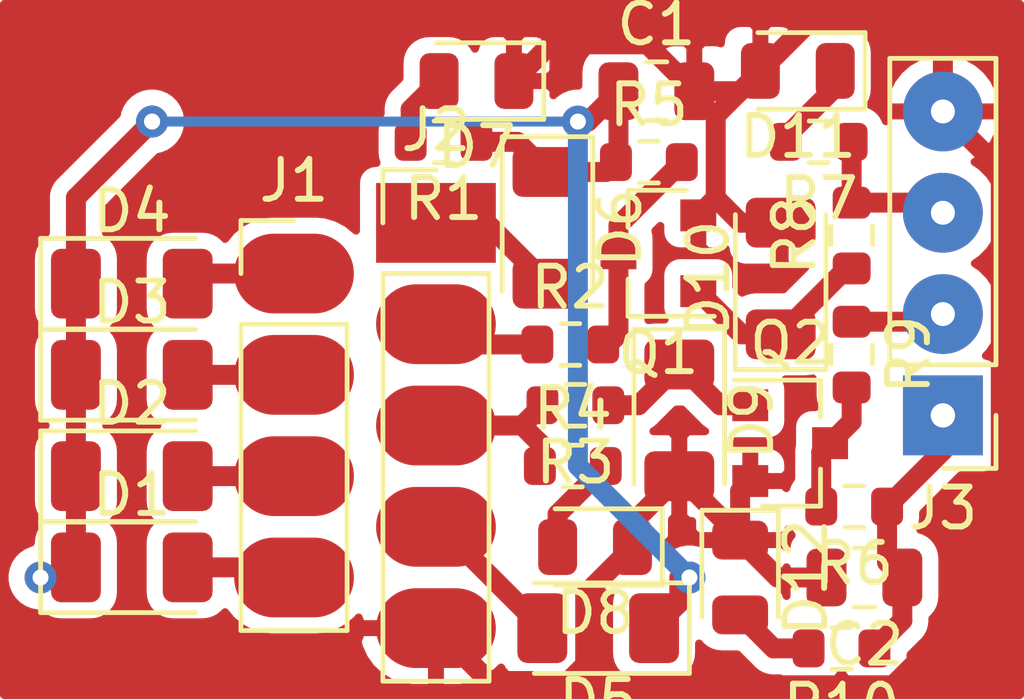
<source format=kicad_pcb>
(kicad_pcb (version 20171130) (host pcbnew 5.1.9-73d0e3b20d~88~ubuntu20.04.1)

  (general
    (thickness 1.6)
    (drawings 0)
    (tracks 105)
    (zones 0)
    (modules 29)
    (nets 22)
  )

  (page A4)
  (layers
    (0 F.Cu signal)
    (31 B.Cu signal hide)
    (32 B.Adhes user hide)
    (33 F.Adhes user hide)
    (34 B.Paste user hide)
    (35 F.Paste user hide)
    (36 B.SilkS user hide)
    (37 F.SilkS user hide)
    (38 B.Mask user hide)
    (39 F.Mask user hide)
    (40 Dwgs.User user hide)
    (41 Cmts.User user hide)
    (42 Eco1.User user hide)
    (43 Eco2.User user hide)
    (44 Edge.Cuts user hide)
    (45 Margin user hide)
    (46 B.CrtYd user hide)
    (47 F.CrtYd user hide)
    (48 B.Fab user hide)
    (49 F.Fab user hide)
  )

  (setup
    (last_trace_width 0.5)
    (user_trace_width 0.5)
    (trace_clearance 0.2)
    (zone_clearance 0.4)
    (zone_45_only no)
    (trace_min 0.2)
    (via_size 0.8)
    (via_drill 0.4)
    (via_min_size 0.4)
    (via_min_drill 0.3)
    (uvia_size 0.3)
    (uvia_drill 0.1)
    (uvias_allowed no)
    (uvia_min_size 0.2)
    (uvia_min_drill 0.1)
    (edge_width 0.05)
    (segment_width 0.2)
    (pcb_text_width 0.3)
    (pcb_text_size 1.5 1.5)
    (mod_edge_width 0.12)
    (mod_text_size 1 1)
    (mod_text_width 0.15)
    (pad_size 3 2)
    (pad_drill 0)
    (pad_to_mask_clearance 0)
    (aux_axis_origin 0 0)
    (visible_elements FFFFFF7F)
    (pcbplotparams
      (layerselection 0x00000_7fffffff)
      (usegerberextensions false)
      (usegerberattributes true)
      (usegerberadvancedattributes true)
      (creategerberjobfile true)
      (excludeedgelayer true)
      (linewidth 0.100000)
      (plotframeref false)
      (viasonmask false)
      (mode 1)
      (useauxorigin false)
      (hpglpennumber 1)
      (hpglpenspeed 20)
      (hpglpendiameter 15.000000)
      (psnegative false)
      (psa4output false)
      (plotreference true)
      (plotvalue true)
      (plotinvisibletext false)
      (padsonsilk false)
      (subtractmaskfromsilk false)
      (outputformat 1)
      (mirror false)
      (drillshape 0)
      (scaleselection 1)
      (outputdirectory "gerber/"))
  )

  (net 0 "")
  (net 1 GNDD)
  (net 2 +12VA)
  (net 3 "Net-(C2-Pad1)")
  (net 4 "Net-(D1-Pad2)")
  (net 5 "Net-(D2-Pad2)")
  (net 6 "Net-(D3-Pad2)")
  (net 7 "Net-(D4-Pad2)")
  (net 8 "Net-(D5-Pad2)")
  (net 9 "Net-(D6-Pad2)")
  (net 10 "Net-(D7-Pad2)")
  (net 11 "Net-(D8-Pad2)")
  (net 12 "Net-(D9-Pad1)")
  (net 13 "Net-(D10-Pad1)")
  (net 14 "Net-(D11-Pad1)")
  (net 15 "Net-(D12-Pad2)")
  (net 16 TX)
  (net 17 RX)
  (net 18 utx)
  (net 19 urx)
  (net 20 "Net-(Q1-Pad3)")
  (net 21 "Net-(Q2-Pad3)")

  (net_class Default "This is the default net class."
    (clearance 0.2)
    (trace_width 0.25)
    (via_dia 0.8)
    (via_drill 0.4)
    (uvia_dia 0.3)
    (uvia_drill 0.1)
    (add_net +12VA)
    (add_net GNDD)
    (add_net "Net-(C2-Pad1)")
    (add_net "Net-(D1-Pad2)")
    (add_net "Net-(D10-Pad1)")
    (add_net "Net-(D11-Pad1)")
    (add_net "Net-(D12-Pad2)")
    (add_net "Net-(D2-Pad2)")
    (add_net "Net-(D3-Pad2)")
    (add_net "Net-(D4-Pad2)")
    (add_net "Net-(D5-Pad2)")
    (add_net "Net-(D6-Pad2)")
    (add_net "Net-(D7-Pad2)")
    (add_net "Net-(D8-Pad2)")
    (add_net "Net-(D9-Pad1)")
    (add_net "Net-(Q1-Pad3)")
    (add_net "Net-(Q2-Pad3)")
    (add_net RX)
    (add_net TX)
    (add_net urx)
    (add_net utx)
  )

  (module Resistor_SMD:R_0603_1608Metric (layer F.Cu) (tedit 5F68FEEE) (tstamp 603002E6)
    (at 103.886 100.076 180)
    (descr "Resistor SMD 0603 (1608 Metric), square (rectangular) end terminal, IPC_7351 nominal, (Body size source: IPC-SM-782 page 72, https://www.pcb-3d.com/wordpress/wp-content/uploads/ipc-sm-782a_amendment_1_and_2.pdf), generated with kicad-footprint-generator")
    (tags resistor)
    (path /6038E878)
    (attr smd)
    (fp_text reference R10 (at 0 -1.43) (layer F.SilkS)
      (effects (font (size 1 1) (thickness 0.15)))
    )
    (fp_text value 103 (at 0 1.43) (layer F.Fab)
      (effects (font (size 1 1) (thickness 0.15)))
    )
    (fp_text user %R (at 0 0) (layer F.Fab)
      (effects (font (size 0.4 0.4) (thickness 0.06)))
    )
    (fp_line (start -0.8 0.4125) (end -0.8 -0.4125) (layer F.Fab) (width 0.1))
    (fp_line (start -0.8 -0.4125) (end 0.8 -0.4125) (layer F.Fab) (width 0.1))
    (fp_line (start 0.8 -0.4125) (end 0.8 0.4125) (layer F.Fab) (width 0.1))
    (fp_line (start 0.8 0.4125) (end -0.8 0.4125) (layer F.Fab) (width 0.1))
    (fp_line (start -0.237258 -0.5225) (end 0.237258 -0.5225) (layer F.SilkS) (width 0.12))
    (fp_line (start -0.237258 0.5225) (end 0.237258 0.5225) (layer F.SilkS) (width 0.12))
    (fp_line (start -1.48 0.73) (end -1.48 -0.73) (layer F.CrtYd) (width 0.05))
    (fp_line (start -1.48 -0.73) (end 1.48 -0.73) (layer F.CrtYd) (width 0.05))
    (fp_line (start 1.48 -0.73) (end 1.48 0.73) (layer F.CrtYd) (width 0.05))
    (fp_line (start 1.48 0.73) (end -1.48 0.73) (layer F.CrtYd) (width 0.05))
    (pad 2 smd roundrect (at 0.825 0 180) (size 0.8 0.95) (layers F.Cu F.Paste F.Mask) (roundrect_rratio 0.25)
      (net 15 "Net-(D12-Pad2)"))
    (pad 1 smd roundrect (at -0.825 0 180) (size 0.8 0.95) (layers F.Cu F.Paste F.Mask) (roundrect_rratio 0.25)
      (net 3 "Net-(C2-Pad1)"))
    (model ${KISYS3DMOD}/Resistor_SMD.3dshapes/R_0603_1608Metric.wrl
      (at (xyz 0 0 0))
      (scale (xyz 1 1 1))
      (rotate (xyz 0 0 0))
    )
  )

  (module Resistor_SMD:R_0603_1608Metric (layer F.Cu) (tedit 5F68FEEE) (tstamp 60300316)
    (at 104.14 92.71 270)
    (descr "Resistor SMD 0603 (1608 Metric), square (rectangular) end terminal, IPC_7351 nominal, (Body size source: IPC-SM-782 page 72, https://www.pcb-3d.com/wordpress/wp-content/uploads/ipc-sm-782a_amendment_1_and_2.pdf), generated with kicad-footprint-generator")
    (tags resistor)
    (path /6034F04E)
    (attr smd)
    (fp_text reference R9 (at 0 -1.43 90) (layer F.SilkS)
      (effects (font (size 1 1) (thickness 0.15)))
    )
    (fp_text value 102 (at 0 1.43 90) (layer F.Fab)
      (effects (font (size 1 1) (thickness 0.15)))
    )
    (fp_text user %R (at 0 0 90) (layer F.Fab)
      (effects (font (size 0.4 0.4) (thickness 0.06)))
    )
    (fp_line (start -0.8 0.4125) (end -0.8 -0.4125) (layer F.Fab) (width 0.1))
    (fp_line (start -0.8 -0.4125) (end 0.8 -0.4125) (layer F.Fab) (width 0.1))
    (fp_line (start 0.8 -0.4125) (end 0.8 0.4125) (layer F.Fab) (width 0.1))
    (fp_line (start 0.8 0.4125) (end -0.8 0.4125) (layer F.Fab) (width 0.1))
    (fp_line (start -0.237258 -0.5225) (end 0.237258 -0.5225) (layer F.SilkS) (width 0.12))
    (fp_line (start -0.237258 0.5225) (end 0.237258 0.5225) (layer F.SilkS) (width 0.12))
    (fp_line (start -1.48 0.73) (end -1.48 -0.73) (layer F.CrtYd) (width 0.05))
    (fp_line (start -1.48 -0.73) (end 1.48 -0.73) (layer F.CrtYd) (width 0.05))
    (fp_line (start 1.48 -0.73) (end 1.48 0.73) (layer F.CrtYd) (width 0.05))
    (fp_line (start 1.48 0.73) (end -1.48 0.73) (layer F.CrtYd) (width 0.05))
    (pad 2 smd roundrect (at 0.825 0 270) (size 0.8 0.95) (layers F.Cu F.Paste F.Mask) (roundrect_rratio 0.25)
      (net 21 "Net-(Q2-Pad3)"))
    (pad 1 smd roundrect (at -0.825 0 270) (size 0.8 0.95) (layers F.Cu F.Paste F.Mask) (roundrect_rratio 0.25)
      (net 19 urx))
    (model ${KISYS3DMOD}/Resistor_SMD.3dshapes/R_0603_1608Metric.wrl
      (at (xyz 0 0 0))
      (scale (xyz 1 1 1))
      (rotate (xyz 0 0 0))
    )
  )

  (module Resistor_SMD:R_0603_1608Metric (layer F.Cu) (tedit 5F68FEEE) (tstamp 60300346)
    (at 104.14 89.725 90)
    (descr "Resistor SMD 0603 (1608 Metric), square (rectangular) end terminal, IPC_7351 nominal, (Body size source: IPC-SM-782 page 72, https://www.pcb-3d.com/wordpress/wp-content/uploads/ipc-sm-782a_amendment_1_and_2.pdf), generated with kicad-footprint-generator")
    (tags resistor)
    (path /6036EB06)
    (attr smd)
    (fp_text reference R8 (at 0 -1.43 90) (layer F.SilkS)
      (effects (font (size 1 1) (thickness 0.15)))
    )
    (fp_text value 103 (at 0 1.43 90) (layer F.Fab)
      (effects (font (size 1 1) (thickness 0.15)))
    )
    (fp_text user %R (at 0 0 90) (layer F.Fab)
      (effects (font (size 0.4 0.4) (thickness 0.06)))
    )
    (fp_line (start -0.8 0.4125) (end -0.8 -0.4125) (layer F.Fab) (width 0.1))
    (fp_line (start -0.8 -0.4125) (end 0.8 -0.4125) (layer F.Fab) (width 0.1))
    (fp_line (start 0.8 -0.4125) (end 0.8 0.4125) (layer F.Fab) (width 0.1))
    (fp_line (start 0.8 0.4125) (end -0.8 0.4125) (layer F.Fab) (width 0.1))
    (fp_line (start -0.237258 -0.5225) (end 0.237258 -0.5225) (layer F.SilkS) (width 0.12))
    (fp_line (start -0.237258 0.5225) (end 0.237258 0.5225) (layer F.SilkS) (width 0.12))
    (fp_line (start -1.48 0.73) (end -1.48 -0.73) (layer F.CrtYd) (width 0.05))
    (fp_line (start -1.48 -0.73) (end 1.48 -0.73) (layer F.CrtYd) (width 0.05))
    (fp_line (start 1.48 -0.73) (end 1.48 0.73) (layer F.CrtYd) (width 0.05))
    (fp_line (start 1.48 0.73) (end -1.48 0.73) (layer F.CrtYd) (width 0.05))
    (pad 2 smd roundrect (at 0.825 0 90) (size 0.8 0.95) (layers F.Cu F.Paste F.Mask) (roundrect_rratio 0.25)
      (net 18 utx))
    (pad 1 smd roundrect (at -0.825 0 90) (size 0.8 0.95) (layers F.Cu F.Paste F.Mask) (roundrect_rratio 0.25)
      (net 13 "Net-(D10-Pad1)"))
    (model ${KISYS3DMOD}/Resistor_SMD.3dshapes/R_0603_1608Metric.wrl
      (at (xyz 0 0 0))
      (scale (xyz 1 1 1))
      (rotate (xyz 0 0 0))
    )
  )

  (module Resistor_SMD:R_0603_1608Metric (layer F.Cu) (tedit 5F68FEEE) (tstamp 60300376)
    (at 103.315 87.376 180)
    (descr "Resistor SMD 0603 (1608 Metric), square (rectangular) end terminal, IPC_7351 nominal, (Body size source: IPC-SM-782 page 72, https://www.pcb-3d.com/wordpress/wp-content/uploads/ipc-sm-782a_amendment_1_and_2.pdf), generated with kicad-footprint-generator")
    (tags resistor)
    (path /6036EB18)
    (attr smd)
    (fp_text reference R7 (at 0 -1.43) (layer F.SilkS)
      (effects (font (size 1 1) (thickness 0.15)))
    )
    (fp_text value 103 (at 0 1.43) (layer F.Fab)
      (effects (font (size 1 1) (thickness 0.15)))
    )
    (fp_text user %R (at 0 0) (layer F.Fab)
      (effects (font (size 0.4 0.4) (thickness 0.06)))
    )
    (fp_line (start -0.8 0.4125) (end -0.8 -0.4125) (layer F.Fab) (width 0.1))
    (fp_line (start -0.8 -0.4125) (end 0.8 -0.4125) (layer F.Fab) (width 0.1))
    (fp_line (start 0.8 -0.4125) (end 0.8 0.4125) (layer F.Fab) (width 0.1))
    (fp_line (start 0.8 0.4125) (end -0.8 0.4125) (layer F.Fab) (width 0.1))
    (fp_line (start -0.237258 -0.5225) (end 0.237258 -0.5225) (layer F.SilkS) (width 0.12))
    (fp_line (start -0.237258 0.5225) (end 0.237258 0.5225) (layer F.SilkS) (width 0.12))
    (fp_line (start -1.48 0.73) (end -1.48 -0.73) (layer F.CrtYd) (width 0.05))
    (fp_line (start -1.48 -0.73) (end 1.48 -0.73) (layer F.CrtYd) (width 0.05))
    (fp_line (start 1.48 -0.73) (end 1.48 0.73) (layer F.CrtYd) (width 0.05))
    (fp_line (start 1.48 0.73) (end -1.48 0.73) (layer F.CrtYd) (width 0.05))
    (pad 2 smd roundrect (at 0.825 0 180) (size 0.8 0.95) (layers F.Cu F.Paste F.Mask) (roundrect_rratio 0.25)
      (net 14 "Net-(D11-Pad1)"))
    (pad 1 smd roundrect (at -0.825 0 180) (size 0.8 0.95) (layers F.Cu F.Paste F.Mask) (roundrect_rratio 0.25)
      (net 18 utx))
    (model ${KISYS3DMOD}/Resistor_SMD.3dshapes/R_0603_1608Metric.wrl
      (at (xyz 0 0 0))
      (scale (xyz 1 1 1))
      (rotate (xyz 0 0 0))
    )
  )

  (module Resistor_SMD:R_0603_1608Metric (layer F.Cu) (tedit 5F68FEEE) (tstamp 603003A6)
    (at 104.203 96.52 180)
    (descr "Resistor SMD 0603 (1608 Metric), square (rectangular) end terminal, IPC_7351 nominal, (Body size source: IPC-SM-782 page 72, https://www.pcb-3d.com/wordpress/wp-content/uploads/ipc-sm-782a_amendment_1_and_2.pdf), generated with kicad-footprint-generator")
    (tags resistor)
    (path /603011F1)
    (attr smd)
    (fp_text reference R6 (at 0 -1.43) (layer F.SilkS)
      (effects (font (size 1 1) (thickness 0.15)))
    )
    (fp_text value 103 (at 0 1.43) (layer F.Fab)
      (effects (font (size 1 1) (thickness 0.15)))
    )
    (fp_text user %R (at 0 0) (layer F.Fab)
      (effects (font (size 0.4 0.4) (thickness 0.06)))
    )
    (fp_line (start -0.8 0.4125) (end -0.8 -0.4125) (layer F.Fab) (width 0.1))
    (fp_line (start -0.8 -0.4125) (end 0.8 -0.4125) (layer F.Fab) (width 0.1))
    (fp_line (start 0.8 -0.4125) (end 0.8 0.4125) (layer F.Fab) (width 0.1))
    (fp_line (start 0.8 0.4125) (end -0.8 0.4125) (layer F.Fab) (width 0.1))
    (fp_line (start -0.237258 -0.5225) (end 0.237258 -0.5225) (layer F.SilkS) (width 0.12))
    (fp_line (start -0.237258 0.5225) (end 0.237258 0.5225) (layer F.SilkS) (width 0.12))
    (fp_line (start -1.48 0.73) (end -1.48 -0.73) (layer F.CrtYd) (width 0.05))
    (fp_line (start -1.48 -0.73) (end 1.48 -0.73) (layer F.CrtYd) (width 0.05))
    (fp_line (start 1.48 -0.73) (end 1.48 0.73) (layer F.CrtYd) (width 0.05))
    (fp_line (start 1.48 0.73) (end -1.48 0.73) (layer F.CrtYd) (width 0.05))
    (pad 2 smd roundrect (at 0.825 0 180) (size 0.8 0.95) (layers F.Cu F.Paste F.Mask) (roundrect_rratio 0.25)
      (net 21 "Net-(Q2-Pad3)"))
    (pad 1 smd roundrect (at -0.825 0 180) (size 0.8 0.95) (layers F.Cu F.Paste F.Mask) (roundrect_rratio 0.25)
      (net 3 "Net-(C2-Pad1)"))
    (model ${KISYS3DMOD}/Resistor_SMD.3dshapes/R_0603_1608Metric.wrl
      (at (xyz 0 0 0))
      (scale (xyz 1 1 1))
      (rotate (xyz 0 0 0))
    )
  )

  (module Resistor_SMD:R_0603_1608Metric (layer F.Cu) (tedit 5F68FEEE) (tstamp 603003D6)
    (at 99.06 87.884)
    (descr "Resistor SMD 0603 (1608 Metric), square (rectangular) end terminal, IPC_7351 nominal, (Body size source: IPC-SM-782 page 72, https://www.pcb-3d.com/wordpress/wp-content/uploads/ipc-sm-782a_amendment_1_and_2.pdf), generated with kicad-footprint-generator")
    (tags resistor)
    (path /6036EB0C)
    (attr smd)
    (fp_text reference R5 (at 0 -1.43) (layer F.SilkS)
      (effects (font (size 1 1) (thickness 0.15)))
    )
    (fp_text value 103 (at 0 1.43) (layer F.Fab)
      (effects (font (size 1 1) (thickness 0.15)))
    )
    (fp_text user %R (at 0 0) (layer F.Fab)
      (effects (font (size 0.4 0.4) (thickness 0.06)))
    )
    (fp_line (start -0.8 0.4125) (end -0.8 -0.4125) (layer F.Fab) (width 0.1))
    (fp_line (start -0.8 -0.4125) (end 0.8 -0.4125) (layer F.Fab) (width 0.1))
    (fp_line (start 0.8 -0.4125) (end 0.8 0.4125) (layer F.Fab) (width 0.1))
    (fp_line (start 0.8 0.4125) (end -0.8 0.4125) (layer F.Fab) (width 0.1))
    (fp_line (start -0.237258 -0.5225) (end 0.237258 -0.5225) (layer F.SilkS) (width 0.12))
    (fp_line (start -0.237258 0.5225) (end 0.237258 0.5225) (layer F.SilkS) (width 0.12))
    (fp_line (start -1.48 0.73) (end -1.48 -0.73) (layer F.CrtYd) (width 0.05))
    (fp_line (start -1.48 -0.73) (end 1.48 -0.73) (layer F.CrtYd) (width 0.05))
    (fp_line (start 1.48 -0.73) (end 1.48 0.73) (layer F.CrtYd) (width 0.05))
    (fp_line (start 1.48 0.73) (end -1.48 0.73) (layer F.CrtYd) (width 0.05))
    (pad 2 smd roundrect (at 0.825 0) (size 0.8 0.95) (layers F.Cu F.Paste F.Mask) (roundrect_rratio 0.25)
      (net 20 "Net-(Q1-Pad3)"))
    (pad 1 smd roundrect (at -0.825 0) (size 0.8 0.95) (layers F.Cu F.Paste F.Mask) (roundrect_rratio 0.25)
      (net 2 +12VA))
    (model ${KISYS3DMOD}/Resistor_SMD.3dshapes/R_0603_1608Metric.wrl
      (at (xyz 0 0 0))
      (scale (xyz 1 1 1))
      (rotate (xyz 0 0 0))
    )
  )

  (module Resistor_SMD:R_0603_1608Metric (layer F.Cu) (tedit 5F68FEEE) (tstamp 60301EE1)
    (at 97.155 95.504)
    (descr "Resistor SMD 0603 (1608 Metric), square (rectangular) end terminal, IPC_7351 nominal, (Body size source: IPC-SM-782 page 72, https://www.pcb-3d.com/wordpress/wp-content/uploads/ipc-sm-782a_amendment_1_and_2.pdf), generated with kicad-footprint-generator")
    (tags resistor)
    (path /60302B33)
    (attr smd)
    (fp_text reference R4 (at 0 -1.43) (layer F.SilkS)
      (effects (font (size 1 1) (thickness 0.15)))
    )
    (fp_text value 103 (at 0 1.43) (layer F.Fab)
      (effects (font (size 1 1) (thickness 0.15)))
    )
    (fp_text user %R (at 0 0) (layer F.Fab)
      (effects (font (size 0.4 0.4) (thickness 0.06)))
    )
    (fp_line (start -0.8 0.4125) (end -0.8 -0.4125) (layer F.Fab) (width 0.1))
    (fp_line (start -0.8 -0.4125) (end 0.8 -0.4125) (layer F.Fab) (width 0.1))
    (fp_line (start 0.8 -0.4125) (end 0.8 0.4125) (layer F.Fab) (width 0.1))
    (fp_line (start 0.8 0.4125) (end -0.8 0.4125) (layer F.Fab) (width 0.1))
    (fp_line (start -0.237258 -0.5225) (end 0.237258 -0.5225) (layer F.SilkS) (width 0.12))
    (fp_line (start -0.237258 0.5225) (end 0.237258 0.5225) (layer F.SilkS) (width 0.12))
    (fp_line (start -1.48 0.73) (end -1.48 -0.73) (layer F.CrtYd) (width 0.05))
    (fp_line (start -1.48 -0.73) (end 1.48 -0.73) (layer F.CrtYd) (width 0.05))
    (fp_line (start 1.48 -0.73) (end 1.48 0.73) (layer F.CrtYd) (width 0.05))
    (fp_line (start 1.48 0.73) (end -1.48 0.73) (layer F.CrtYd) (width 0.05))
    (pad 2 smd roundrect (at 0.825 0) (size 0.8 0.95) (layers F.Cu F.Paste F.Mask) (roundrect_rratio 0.25)
      (net 11 "Net-(D8-Pad2)"))
    (pad 1 smd roundrect (at -0.825 0) (size 0.8 0.95) (layers F.Cu F.Paste F.Mask) (roundrect_rratio 0.25)
      (net 16 TX))
    (model ${KISYS3DMOD}/Resistor_SMD.3dshapes/R_0603_1608Metric.wrl
      (at (xyz 0 0 0))
      (scale (xyz 1 1 1))
      (rotate (xyz 0 0 0))
    )
  )

  (module Resistor_SMD:R_0603_1608Metric (layer F.Cu) (tedit 5F68FEEE) (tstamp 60301E70)
    (at 97.219 93.98 180)
    (descr "Resistor SMD 0603 (1608 Metric), square (rectangular) end terminal, IPC_7351 nominal, (Body size source: IPC-SM-782 page 72, https://www.pcb-3d.com/wordpress/wp-content/uploads/ipc-sm-782a_amendment_1_and_2.pdf), generated with kicad-footprint-generator")
    (tags resistor)
    (path /60300504)
    (attr smd)
    (fp_text reference R3 (at 0 -1.43) (layer F.SilkS)
      (effects (font (size 1 1) (thickness 0.15)))
    )
    (fp_text value 103 (at 0 1.43) (layer F.Fab)
      (effects (font (size 1 1) (thickness 0.15)))
    )
    (fp_text user %R (at 0 0) (layer F.Fab)
      (effects (font (size 0.4 0.4) (thickness 0.06)))
    )
    (fp_line (start -0.8 0.4125) (end -0.8 -0.4125) (layer F.Fab) (width 0.1))
    (fp_line (start -0.8 -0.4125) (end 0.8 -0.4125) (layer F.Fab) (width 0.1))
    (fp_line (start 0.8 -0.4125) (end 0.8 0.4125) (layer F.Fab) (width 0.1))
    (fp_line (start 0.8 0.4125) (end -0.8 0.4125) (layer F.Fab) (width 0.1))
    (fp_line (start -0.237258 -0.5225) (end 0.237258 -0.5225) (layer F.SilkS) (width 0.12))
    (fp_line (start -0.237258 0.5225) (end 0.237258 0.5225) (layer F.SilkS) (width 0.12))
    (fp_line (start -1.48 0.73) (end -1.48 -0.73) (layer F.CrtYd) (width 0.05))
    (fp_line (start -1.48 -0.73) (end 1.48 -0.73) (layer F.CrtYd) (width 0.05))
    (fp_line (start 1.48 -0.73) (end 1.48 0.73) (layer F.CrtYd) (width 0.05))
    (fp_line (start 1.48 0.73) (end -1.48 0.73) (layer F.CrtYd) (width 0.05))
    (pad 2 smd roundrect (at 0.825 0 180) (size 0.8 0.95) (layers F.Cu F.Paste F.Mask) (roundrect_rratio 0.25)
      (net 16 TX))
    (pad 1 smd roundrect (at -0.825 0 180) (size 0.8 0.95) (layers F.Cu F.Paste F.Mask) (roundrect_rratio 0.25)
      (net 12 "Net-(D9-Pad1)"))
    (model ${KISYS3DMOD}/Resistor_SMD.3dshapes/R_0603_1608Metric.wrl
      (at (xyz 0 0 0))
      (scale (xyz 1 1 1))
      (rotate (xyz 0 0 0))
    )
  )

  (module Resistor_SMD:R_0603_1608Metric (layer F.Cu) (tedit 5F68FEEE) (tstamp 60301AD8)
    (at 97.091 92.456)
    (descr "Resistor SMD 0603 (1608 Metric), square (rectangular) end terminal, IPC_7351 nominal, (Body size source: IPC-SM-782 page 72, https://www.pcb-3d.com/wordpress/wp-content/uploads/ipc-sm-782a_amendment_1_and_2.pdf), generated with kicad-footprint-generator")
    (tags resistor)
    (path /6036EB40)
    (attr smd)
    (fp_text reference R2 (at 0 -1.43) (layer F.SilkS)
      (effects (font (size 1 1) (thickness 0.15)))
    )
    (fp_text value 102 (at 0 1.43) (layer F.Fab)
      (effects (font (size 1 1) (thickness 0.15)))
    )
    (fp_text user %R (at 0 0) (layer F.Fab)
      (effects (font (size 0.4 0.4) (thickness 0.06)))
    )
    (fp_line (start -0.8 0.4125) (end -0.8 -0.4125) (layer F.Fab) (width 0.1))
    (fp_line (start -0.8 -0.4125) (end 0.8 -0.4125) (layer F.Fab) (width 0.1))
    (fp_line (start 0.8 -0.4125) (end 0.8 0.4125) (layer F.Fab) (width 0.1))
    (fp_line (start 0.8 0.4125) (end -0.8 0.4125) (layer F.Fab) (width 0.1))
    (fp_line (start -0.237258 -0.5225) (end 0.237258 -0.5225) (layer F.SilkS) (width 0.12))
    (fp_line (start -0.237258 0.5225) (end 0.237258 0.5225) (layer F.SilkS) (width 0.12))
    (fp_line (start -1.48 0.73) (end -1.48 -0.73) (layer F.CrtYd) (width 0.05))
    (fp_line (start -1.48 -0.73) (end 1.48 -0.73) (layer F.CrtYd) (width 0.05))
    (fp_line (start 1.48 -0.73) (end 1.48 0.73) (layer F.CrtYd) (width 0.05))
    (fp_line (start 1.48 0.73) (end -1.48 0.73) (layer F.CrtYd) (width 0.05))
    (pad 2 smd roundrect (at 0.825 0) (size 0.8 0.95) (layers F.Cu F.Paste F.Mask) (roundrect_rratio 0.25)
      (net 20 "Net-(Q1-Pad3)"))
    (pad 1 smd roundrect (at -0.825 0) (size 0.8 0.95) (layers F.Cu F.Paste F.Mask) (roundrect_rratio 0.25)
      (net 17 RX))
    (model ${KISYS3DMOD}/Resistor_SMD.3dshapes/R_0603_1608Metric.wrl
      (at (xyz 0 0 0))
      (scale (xyz 1 1 1))
      (rotate (xyz 0 0 0))
    )
  )

  (module Resistor_SMD:R_0603_1608Metric (layer F.Cu) (tedit 5F68FEEE) (tstamp 60300496)
    (at 93.917 87.376 180)
    (descr "Resistor SMD 0603 (1608 Metric), square (rectangular) end terminal, IPC_7351 nominal, (Body size source: IPC-SM-782 page 72, https://www.pcb-3d.com/wordpress/wp-content/uploads/ipc-sm-782a_amendment_1_and_2.pdf), generated with kicad-footprint-generator")
    (tags resistor)
    (path /603500EB)
    (attr smd)
    (fp_text reference R1 (at 0 -1.43) (layer F.SilkS)
      (effects (font (size 1 1) (thickness 0.15)))
    )
    (fp_text value 103 (at 0 1.43) (layer F.Fab)
      (effects (font (size 1 1) (thickness 0.15)))
    )
    (fp_text user %R (at 0 0) (layer F.Fab)
      (effects (font (size 0.4 0.4) (thickness 0.06)))
    )
    (fp_line (start -0.8 0.4125) (end -0.8 -0.4125) (layer F.Fab) (width 0.1))
    (fp_line (start -0.8 -0.4125) (end 0.8 -0.4125) (layer F.Fab) (width 0.1))
    (fp_line (start 0.8 -0.4125) (end 0.8 0.4125) (layer F.Fab) (width 0.1))
    (fp_line (start 0.8 0.4125) (end -0.8 0.4125) (layer F.Fab) (width 0.1))
    (fp_line (start -0.237258 -0.5225) (end 0.237258 -0.5225) (layer F.SilkS) (width 0.12))
    (fp_line (start -0.237258 0.5225) (end 0.237258 0.5225) (layer F.SilkS) (width 0.12))
    (fp_line (start -1.48 0.73) (end -1.48 -0.73) (layer F.CrtYd) (width 0.05))
    (fp_line (start -1.48 -0.73) (end 1.48 -0.73) (layer F.CrtYd) (width 0.05))
    (fp_line (start 1.48 -0.73) (end 1.48 0.73) (layer F.CrtYd) (width 0.05))
    (fp_line (start 1.48 0.73) (end -1.48 0.73) (layer F.CrtYd) (width 0.05))
    (pad 2 smd roundrect (at 0.825 0 180) (size 0.8 0.95) (layers F.Cu F.Paste F.Mask) (roundrect_rratio 0.25)
      (net 10 "Net-(D7-Pad2)"))
    (pad 1 smd roundrect (at -0.825 0 180) (size 0.8 0.95) (layers F.Cu F.Paste F.Mask) (roundrect_rratio 0.25)
      (net 2 +12VA))
    (model ${KISYS3DMOD}/Resistor_SMD.3dshapes/R_0603_1608Metric.wrl
      (at (xyz 0 0 0))
      (scale (xyz 1 1 1))
      (rotate (xyz 0 0 0))
    )
  )

  (module Package_TO_SOT_SMD:SOT-23 (layer F.Cu) (tedit 5A02FF57) (tstamp 603004CA)
    (at 102.6 94.93)
    (descr "SOT-23, Standard")
    (tags SOT-23)
    (path /6032AA77)
    (attr smd)
    (fp_text reference Q2 (at 0 -2.5) (layer F.SilkS)
      (effects (font (size 1 1) (thickness 0.15)))
    )
    (fp_text value BC847 (at 0 2.5) (layer F.Fab)
      (effects (font (size 1 1) (thickness 0.15)))
    )
    (fp_text user %R (at 0 0 90) (layer F.Fab)
      (effects (font (size 0.5 0.5) (thickness 0.075)))
    )
    (fp_line (start -0.7 -0.95) (end -0.7 1.5) (layer F.Fab) (width 0.1))
    (fp_line (start -0.15 -1.52) (end 0.7 -1.52) (layer F.Fab) (width 0.1))
    (fp_line (start -0.7 -0.95) (end -0.15 -1.52) (layer F.Fab) (width 0.1))
    (fp_line (start 0.7 -1.52) (end 0.7 1.52) (layer F.Fab) (width 0.1))
    (fp_line (start -0.7 1.52) (end 0.7 1.52) (layer F.Fab) (width 0.1))
    (fp_line (start 0.76 1.58) (end 0.76 0.65) (layer F.SilkS) (width 0.12))
    (fp_line (start 0.76 -1.58) (end 0.76 -0.65) (layer F.SilkS) (width 0.12))
    (fp_line (start -1.7 -1.75) (end 1.7 -1.75) (layer F.CrtYd) (width 0.05))
    (fp_line (start 1.7 -1.75) (end 1.7 1.75) (layer F.CrtYd) (width 0.05))
    (fp_line (start 1.7 1.75) (end -1.7 1.75) (layer F.CrtYd) (width 0.05))
    (fp_line (start -1.7 1.75) (end -1.7 -1.75) (layer F.CrtYd) (width 0.05))
    (fp_line (start 0.76 -1.58) (end -1.4 -1.58) (layer F.SilkS) (width 0.12))
    (fp_line (start 0.76 1.58) (end -0.7 1.58) (layer F.SilkS) (width 0.12))
    (pad 3 smd rect (at 1 0) (size 0.9 0.8) (layers F.Cu F.Paste F.Mask)
      (net 21 "Net-(Q2-Pad3)"))
    (pad 2 smd rect (at -1 0.95) (size 0.9 0.8) (layers F.Cu F.Paste F.Mask)
      (net 1 GNDD))
    (pad 1 smd rect (at -1 -0.95) (size 0.9 0.8) (layers F.Cu F.Paste F.Mask)
      (net 12 "Net-(D9-Pad1)"))
    (model ${KISYS3DMOD}/Package_TO_SOT_SMD.3dshapes/SOT-23.wrl
      (at (xyz 0 0 0))
      (scale (xyz 1 1 1))
      (rotate (xyz 0 0 0))
    )
  )

  (module Package_TO_SOT_SMD:SOT-23 (layer F.Cu) (tedit 5A02FF57) (tstamp 60301F9D)
    (at 99.298 90.17 180)
    (descr "SOT-23, Standard")
    (tags SOT-23)
    (path /6036EB31)
    (attr smd)
    (fp_text reference Q1 (at 0 -2.5) (layer F.SilkS)
      (effects (font (size 1 1) (thickness 0.15)))
    )
    (fp_text value BC847 (at 0 2.5) (layer F.Fab)
      (effects (font (size 1 1) (thickness 0.15)))
    )
    (fp_text user %R (at 0 0 90) (layer F.Fab)
      (effects (font (size 0.5 0.5) (thickness 0.075)))
    )
    (fp_line (start -0.7 -0.95) (end -0.7 1.5) (layer F.Fab) (width 0.1))
    (fp_line (start -0.15 -1.52) (end 0.7 -1.52) (layer F.Fab) (width 0.1))
    (fp_line (start -0.7 -0.95) (end -0.15 -1.52) (layer F.Fab) (width 0.1))
    (fp_line (start 0.7 -1.52) (end 0.7 1.52) (layer F.Fab) (width 0.1))
    (fp_line (start -0.7 1.52) (end 0.7 1.52) (layer F.Fab) (width 0.1))
    (fp_line (start 0.76 1.58) (end 0.76 0.65) (layer F.SilkS) (width 0.12))
    (fp_line (start 0.76 -1.58) (end 0.76 -0.65) (layer F.SilkS) (width 0.12))
    (fp_line (start -1.7 -1.75) (end 1.7 -1.75) (layer F.CrtYd) (width 0.05))
    (fp_line (start 1.7 -1.75) (end 1.7 1.75) (layer F.CrtYd) (width 0.05))
    (fp_line (start 1.7 1.75) (end -1.7 1.75) (layer F.CrtYd) (width 0.05))
    (fp_line (start -1.7 1.75) (end -1.7 -1.75) (layer F.CrtYd) (width 0.05))
    (fp_line (start 0.76 -1.58) (end -1.4 -1.58) (layer F.SilkS) (width 0.12))
    (fp_line (start 0.76 1.58) (end -0.7 1.58) (layer F.SilkS) (width 0.12))
    (pad 3 smd rect (at 1 0 180) (size 0.9 0.8) (layers F.Cu F.Paste F.Mask)
      (net 20 "Net-(Q1-Pad3)"))
    (pad 2 smd rect (at -1 0.95 180) (size 0.9 0.8) (layers F.Cu F.Paste F.Mask)
      (net 1 GNDD))
    (pad 1 smd rect (at -1 -0.95 180) (size 0.9 0.8) (layers F.Cu F.Paste F.Mask)
      (net 13 "Net-(D10-Pad1)"))
    (model ${KISYS3DMOD}/Package_TO_SOT_SMD.3dshapes/SOT-23.wrl
      (at (xyz 0 0 0))
      (scale (xyz 1 1 1))
      (rotate (xyz 0 0 0))
    )
  )

  (module Connector_PinHeader_2.54mm:PinHeader_1x04_P2.54mm_Vertical (layer F.Cu) (tedit 602FAC0E) (tstamp 6030074C)
    (at 106.426 94.234 180)
    (descr "Through hole straight pin header, 1x04, 2.54mm pitch, single row")
    (tags "Through hole pin header THT 1x04 2.54mm single row")
    (path /6031730E)
    (fp_text reference J3 (at 0 -2.33) (layer F.SilkS)
      (effects (font (size 1 1) (thickness 0.15)))
    )
    (fp_text value Conn_01x04 (at 0 9.95) (layer F.Fab)
      (effects (font (size 1 1) (thickness 0.15)))
    )
    (fp_text user %R (at 0 3.81 90) (layer F.Fab)
      (effects (font (size 1 1) (thickness 0.15)))
    )
    (fp_line (start -0.635 -1.27) (end 1.27 -1.27) (layer F.Fab) (width 0.1))
    (fp_line (start 1.27 -1.27) (end 1.27 8.89) (layer F.Fab) (width 0.1))
    (fp_line (start 1.27 8.89) (end -1.27 8.89) (layer F.Fab) (width 0.1))
    (fp_line (start -1.27 8.89) (end -1.27 -0.635) (layer F.Fab) (width 0.1))
    (fp_line (start -1.27 -0.635) (end -0.635 -1.27) (layer F.Fab) (width 0.1))
    (fp_line (start -1.33 8.95) (end 1.33 8.95) (layer F.SilkS) (width 0.12))
    (fp_line (start -1.33 1.27) (end -1.33 8.95) (layer F.SilkS) (width 0.12))
    (fp_line (start 1.33 1.27) (end 1.33 8.95) (layer F.SilkS) (width 0.12))
    (fp_line (start -1.33 1.27) (end 1.33 1.27) (layer F.SilkS) (width 0.12))
    (fp_line (start -1.33 0) (end -1.33 -1.33) (layer F.SilkS) (width 0.12))
    (fp_line (start -1.33 -1.33) (end 0 -1.33) (layer F.SilkS) (width 0.12))
    (fp_line (start -1.8 -1.8) (end -1.8 9.4) (layer F.CrtYd) (width 0.05))
    (fp_line (start -1.8 9.4) (end 1.8 9.4) (layer F.CrtYd) (width 0.05))
    (fp_line (start 1.8 9.4) (end 1.8 -1.8) (layer F.CrtYd) (width 0.05))
    (fp_line (start 1.8 -1.8) (end -1.8 -1.8) (layer F.CrtYd) (width 0.05))
    (pad 4 thru_hole oval (at 0 7.62 180) (size 2 2) (drill 0.6) (layers *.Cu *.Mask)
      (net 1 GNDD))
    (pad 3 thru_hole oval (at 0 5.08 180) (size 2 2) (drill 0.6) (layers *.Cu *.Mask)
      (net 18 utx))
    (pad 2 thru_hole oval (at 0 2.54 180) (size 2 2) (drill 0.6) (layers *.Cu *.Mask)
      (net 19 urx))
    (pad 1 thru_hole rect (at 0 0 180) (size 2 2) (drill 0.61) (layers *.Cu *.Mask)
      (net 3 "Net-(C2-Pad1)"))
    (model ${KISYS3DMOD}/Connector_PinHeader_2.54mm.3dshapes/PinHeader_1x04_P2.54mm_Vertical.wrl
      (at (xyz 0 0 0))
      (scale (xyz 1 1 1))
      (rotate (xyz 0 0 0))
    )
  )

  (module Connector_PinHeader_2.54mm:PinHeader_1x05_P2.54mm_Vertical (layer F.Cu) (tedit 602FAB66) (tstamp 60300C4A)
    (at 93.726 89.408)
    (descr "Through hole straight pin header, 1x05, 2.54mm pitch, single row")
    (tags "Through hole pin header THT 1x05 2.54mm single row")
    (path /602FCD1D)
    (fp_text reference J2 (at 0 -2.33) (layer F.SilkS)
      (effects (font (size 1 1) (thickness 0.15)))
    )
    (fp_text value Conn_01x05 (at 0 12.49) (layer F.Fab)
      (effects (font (size 1 1) (thickness 0.15)))
    )
    (fp_text user %R (at 0 5.08 90) (layer F.Fab)
      (effects (font (size 1 1) (thickness 0.15)))
    )
    (fp_line (start -0.635 -1.27) (end 1.27 -1.27) (layer F.Fab) (width 0.1))
    (fp_line (start 1.27 -1.27) (end 1.27 11.43) (layer F.Fab) (width 0.1))
    (fp_line (start 1.27 11.43) (end -1.27 11.43) (layer F.Fab) (width 0.1))
    (fp_line (start -1.27 11.43) (end -1.27 -0.635) (layer F.Fab) (width 0.1))
    (fp_line (start -1.27 -0.635) (end -0.635 -1.27) (layer F.Fab) (width 0.1))
    (fp_line (start -1.33 11.49) (end 1.33 11.49) (layer F.SilkS) (width 0.12))
    (fp_line (start -1.33 1.27) (end -1.33 11.49) (layer F.SilkS) (width 0.12))
    (fp_line (start 1.33 1.27) (end 1.33 11.49) (layer F.SilkS) (width 0.12))
    (fp_line (start -1.33 1.27) (end 1.33 1.27) (layer F.SilkS) (width 0.12))
    (fp_line (start -1.33 0) (end -1.33 -1.33) (layer F.SilkS) (width 0.12))
    (fp_line (start -1.33 -1.33) (end 0 -1.33) (layer F.SilkS) (width 0.12))
    (fp_line (start -1.8 -1.8) (end -1.8 11.95) (layer F.CrtYd) (width 0.05))
    (fp_line (start -1.8 11.95) (end 1.8 11.95) (layer F.CrtYd) (width 0.05))
    (fp_line (start 1.8 11.95) (end 1.8 -1.8) (layer F.CrtYd) (width 0.05))
    (fp_line (start 1.8 -1.8) (end -1.8 -1.8) (layer F.CrtYd) (width 0.05))
    (pad 5 smd oval (at 0 10.16) (size 3 2) (layers F.Cu F.Paste F.Mask)
      (net 1 GNDD))
    (pad 4 smd oval (at 0 7.62) (size 3 2) (layers F.Cu F.Paste F.Mask)
      (net 8 "Net-(D5-Pad2)"))
    (pad 3 smd oval (at 0 5.08) (size 3 2) (layers F.Cu F.Paste F.Mask)
      (net 16 TX))
    (pad 2 smd oval (at 0 2.54) (size 3 2) (layers F.Cu F.Paste F.Mask)
      (net 17 RX))
    (pad 1 smd rect (at 0 0) (size 3 2) (layers F.Cu F.Paste F.Mask)
      (net 9 "Net-(D6-Pad2)"))
    (model ${KISYS3DMOD}/Connector_PinHeader_2.54mm.3dshapes/PinHeader_1x05_P2.54mm_Vertical.wrl
      (at (xyz 0 0 0))
      (scale (xyz 1 1 1))
      (rotate (xyz 0 0 0))
    )
  )

  (module Connector_PinHeader_2.54mm:PinHeader_1x04_P2.54mm_Vertical (layer F.Cu) (tedit 602FAE30) (tstamp 60303A96)
    (at 90.17 90.678)
    (descr "Through hole straight pin header, 1x04, 2.54mm pitch, single row")
    (tags "Through hole pin header THT 1x04 2.54mm single row")
    (path /602FDF7A)
    (fp_text reference J1 (at 0 -2.33) (layer F.SilkS)
      (effects (font (size 1 1) (thickness 0.15)))
    )
    (fp_text value Conn_01x04 (at 0 9.95) (layer F.Fab)
      (effects (font (size 1 1) (thickness 0.15)))
    )
    (fp_text user %R (at 0 3.81 90) (layer F.Fab)
      (effects (font (size 1 1) (thickness 0.15)))
    )
    (fp_line (start -0.635 -1.27) (end 1.27 -1.27) (layer F.Fab) (width 0.1))
    (fp_line (start 1.27 -1.27) (end 1.27 8.89) (layer F.Fab) (width 0.1))
    (fp_line (start 1.27 8.89) (end -1.27 8.89) (layer F.Fab) (width 0.1))
    (fp_line (start -1.27 8.89) (end -1.27 -0.635) (layer F.Fab) (width 0.1))
    (fp_line (start -1.27 -0.635) (end -0.635 -1.27) (layer F.Fab) (width 0.1))
    (fp_line (start -1.33 8.95) (end 1.33 8.95) (layer F.SilkS) (width 0.12))
    (fp_line (start -1.33 1.27) (end -1.33 8.95) (layer F.SilkS) (width 0.12))
    (fp_line (start 1.33 1.27) (end 1.33 8.95) (layer F.SilkS) (width 0.12))
    (fp_line (start -1.33 1.27) (end 1.33 1.27) (layer F.SilkS) (width 0.12))
    (fp_line (start -1.33 0) (end -1.33 -1.33) (layer F.SilkS) (width 0.12))
    (fp_line (start -1.33 -1.33) (end 0 -1.33) (layer F.SilkS) (width 0.12))
    (fp_line (start -1.8 -1.8) (end -1.8 9.4) (layer F.CrtYd) (width 0.05))
    (fp_line (start -1.8 9.4) (end 1.8 9.4) (layer F.CrtYd) (width 0.05))
    (fp_line (start 1.8 9.4) (end 1.8 -1.8) (layer F.CrtYd) (width 0.05))
    (fp_line (start 1.8 -1.8) (end -1.8 -1.8) (layer F.CrtYd) (width 0.05))
    (pad 4 smd oval (at 0 7.62) (size 3 2) (layers F.Cu F.Paste F.Mask)
      (net 4 "Net-(D1-Pad2)"))
    (pad 3 smd oval (at 0 5.08) (size 3 2) (layers F.Cu F.Paste F.Mask)
      (net 5 "Net-(D2-Pad2)"))
    (pad 2 smd oval (at 0 2.54) (size 3 2) (layers F.Cu F.Paste F.Mask)
      (net 6 "Net-(D3-Pad2)"))
    (pad 1 smd oval (at 0 0) (size 3 2) (layers F.Cu F.Paste F.Mask)
      (net 7 "Net-(D4-Pad2)"))
    (model ${KISYS3DMOD}/Connector_PinHeader_2.54mm.3dshapes/PinHeader_1x04_P2.54mm_Vertical.wrl
      (at (xyz 0 0 0))
      (scale (xyz 1 1 1))
      (rotate (xyz 0 0 0))
    )
  )

  (module LED_SMD:LED_0805_2012Metric (layer F.Cu) (tedit 5F68FEF1) (tstamp 603006A5)
    (at 101.346 98.298 270)
    (descr "LED SMD 0805 (2012 Metric), square (rectangular) end terminal, IPC_7351 nominal, (Body size source: https://docs.google.com/spreadsheets/d/1BsfQQcO9C6DZCsRaXUlFlo91Tg2WpOkGARC1WS5S8t0/edit?usp=sharing), generated with kicad-footprint-generator")
    (tags LED)
    (path /6038E872)
    (attr smd)
    (fp_text reference D12 (at 0 -1.65 90) (layer F.SilkS)
      (effects (font (size 1 1) (thickness 0.15)))
    )
    (fp_text value LED (at 0 1.65 90) (layer F.Fab)
      (effects (font (size 1 1) (thickness 0.15)))
    )
    (fp_text user %R (at 0 0 90) (layer F.Fab)
      (effects (font (size 0.5 0.5) (thickness 0.08)))
    )
    (fp_line (start 1 -0.6) (end -0.7 -0.6) (layer F.Fab) (width 0.1))
    (fp_line (start -0.7 -0.6) (end -1 -0.3) (layer F.Fab) (width 0.1))
    (fp_line (start -1 -0.3) (end -1 0.6) (layer F.Fab) (width 0.1))
    (fp_line (start -1 0.6) (end 1 0.6) (layer F.Fab) (width 0.1))
    (fp_line (start 1 0.6) (end 1 -0.6) (layer F.Fab) (width 0.1))
    (fp_line (start 1 -0.96) (end -1.685 -0.96) (layer F.SilkS) (width 0.12))
    (fp_line (start -1.685 -0.96) (end -1.685 0.96) (layer F.SilkS) (width 0.12))
    (fp_line (start -1.685 0.96) (end 1 0.96) (layer F.SilkS) (width 0.12))
    (fp_line (start -1.68 0.95) (end -1.68 -0.95) (layer F.CrtYd) (width 0.05))
    (fp_line (start -1.68 -0.95) (end 1.68 -0.95) (layer F.CrtYd) (width 0.05))
    (fp_line (start 1.68 -0.95) (end 1.68 0.95) (layer F.CrtYd) (width 0.05))
    (fp_line (start 1.68 0.95) (end -1.68 0.95) (layer F.CrtYd) (width 0.05))
    (pad 2 smd roundrect (at 0.9375 0 270) (size 0.975 1.4) (layers F.Cu F.Paste F.Mask) (roundrect_rratio 0.25)
      (net 15 "Net-(D12-Pad2)"))
    (pad 1 smd roundrect (at -0.9375 0 270) (size 0.975 1.4) (layers F.Cu F.Paste F.Mask) (roundrect_rratio 0.25)
      (net 1 GNDD))
    (model ${KISYS3DMOD}/LED_SMD.3dshapes/LED_0805_2012Metric.wrl
      (at (xyz 0 0 0))
      (scale (xyz 1 1 1))
      (rotate (xyz 0 0 0))
    )
  )

  (module LED_SMD:LED_0805_2012Metric (layer F.Cu) (tedit 5F68FEF1) (tstamp 603006DB)
    (at 102.7915 85.598 180)
    (descr "LED SMD 0805 (2012 Metric), square (rectangular) end terminal, IPC_7351 nominal, (Body size source: https://docs.google.com/spreadsheets/d/1BsfQQcO9C6DZCsRaXUlFlo91Tg2WpOkGARC1WS5S8t0/edit?usp=sharing), generated with kicad-footprint-generator")
    (tags LED)
    (path /6036EB1E)
    (attr smd)
    (fp_text reference D11 (at 0 -1.65) (layer F.SilkS)
      (effects (font (size 1 1) (thickness 0.15)))
    )
    (fp_text value LED (at 0 1.65) (layer F.Fab)
      (effects (font (size 1 1) (thickness 0.15)))
    )
    (fp_text user %R (at 0 0) (layer F.Fab)
      (effects (font (size 0.5 0.5) (thickness 0.08)))
    )
    (fp_line (start 1 -0.6) (end -0.7 -0.6) (layer F.Fab) (width 0.1))
    (fp_line (start -0.7 -0.6) (end -1 -0.3) (layer F.Fab) (width 0.1))
    (fp_line (start -1 -0.3) (end -1 0.6) (layer F.Fab) (width 0.1))
    (fp_line (start -1 0.6) (end 1 0.6) (layer F.Fab) (width 0.1))
    (fp_line (start 1 0.6) (end 1 -0.6) (layer F.Fab) (width 0.1))
    (fp_line (start 1 -0.96) (end -1.685 -0.96) (layer F.SilkS) (width 0.12))
    (fp_line (start -1.685 -0.96) (end -1.685 0.96) (layer F.SilkS) (width 0.12))
    (fp_line (start -1.685 0.96) (end 1 0.96) (layer F.SilkS) (width 0.12))
    (fp_line (start -1.68 0.95) (end -1.68 -0.95) (layer F.CrtYd) (width 0.05))
    (fp_line (start -1.68 -0.95) (end 1.68 -0.95) (layer F.CrtYd) (width 0.05))
    (fp_line (start 1.68 -0.95) (end 1.68 0.95) (layer F.CrtYd) (width 0.05))
    (fp_line (start 1.68 0.95) (end -1.68 0.95) (layer F.CrtYd) (width 0.05))
    (pad 2 smd roundrect (at 0.9375 0 180) (size 0.975 1.4) (layers F.Cu F.Paste F.Mask) (roundrect_rratio 0.25)
      (net 1 GNDD))
    (pad 1 smd roundrect (at -0.9375 0 180) (size 0.975 1.4) (layers F.Cu F.Paste F.Mask) (roundrect_rratio 0.25)
      (net 14 "Net-(D11-Pad1)"))
    (model ${KISYS3DMOD}/LED_SMD.3dshapes/LED_0805_2012Metric.wrl
      (at (xyz 0 0 0))
      (scale (xyz 1 1 1))
      (rotate (xyz 0 0 0))
    )
  )

  (module Diode_SMD:D_1206_3216Metric (layer F.Cu) (tedit 5F68FEF0) (tstamp 60301CF7)
    (at 102.362 90.802 90)
    (descr "Diode SMD 1206 (3216 Metric), square (rectangular) end terminal, IPC_7351 nominal, (Body size source: http://www.tortai-tech.com/upload/download/2011102023233369053.pdf), generated with kicad-footprint-generator")
    (tags diode)
    (path /6036EB37)
    (attr smd)
    (fp_text reference D10 (at 0 -1.82 90) (layer F.SilkS)
      (effects (font (size 1 1) (thickness 0.15)))
    )
    (fp_text value D_Small (at 0 1.82 90) (layer F.Fab)
      (effects (font (size 1 1) (thickness 0.15)))
    )
    (fp_text user %R (at 0 0 90) (layer F.Fab)
      (effects (font (size 0.8 0.8) (thickness 0.12)))
    )
    (fp_line (start 1.6 -0.8) (end -1.2 -0.8) (layer F.Fab) (width 0.1))
    (fp_line (start -1.2 -0.8) (end -1.6 -0.4) (layer F.Fab) (width 0.1))
    (fp_line (start -1.6 -0.4) (end -1.6 0.8) (layer F.Fab) (width 0.1))
    (fp_line (start -1.6 0.8) (end 1.6 0.8) (layer F.Fab) (width 0.1))
    (fp_line (start 1.6 0.8) (end 1.6 -0.8) (layer F.Fab) (width 0.1))
    (fp_line (start 1.6 -1.135) (end -2.285 -1.135) (layer F.SilkS) (width 0.12))
    (fp_line (start -2.285 -1.135) (end -2.285 1.135) (layer F.SilkS) (width 0.12))
    (fp_line (start -2.285 1.135) (end 1.6 1.135) (layer F.SilkS) (width 0.12))
    (fp_line (start -2.28 1.12) (end -2.28 -1.12) (layer F.CrtYd) (width 0.05))
    (fp_line (start -2.28 -1.12) (end 2.28 -1.12) (layer F.CrtYd) (width 0.05))
    (fp_line (start 2.28 -1.12) (end 2.28 1.12) (layer F.CrtYd) (width 0.05))
    (fp_line (start 2.28 1.12) (end -2.28 1.12) (layer F.CrtYd) (width 0.05))
    (pad 2 smd roundrect (at 1.4 0 90) (size 1.25 1.75) (layers F.Cu F.Paste F.Mask) (roundrect_rratio 0.2)
      (net 1 GNDD))
    (pad 1 smd roundrect (at -1.4 0 90) (size 1.25 1.75) (layers F.Cu F.Paste F.Mask) (roundrect_rratio 0.2)
      (net 13 "Net-(D10-Pad1)"))
    (model ${KISYS3DMOD}/Diode_SMD.3dshapes/D_1206_3216Metric.wrl
      (at (xyz 0 0 0))
      (scale (xyz 1 1 1))
      (rotate (xyz 0 0 0))
    )
  )

  (module Diode_SMD:D_1206_3216Metric (layer F.Cu) (tedit 5F68FEF0) (tstamp 60301DFB)
    (at 99.822 94.358 270)
    (descr "Diode SMD 1206 (3216 Metric), square (rectangular) end terminal, IPC_7351 nominal, (Body size source: http://www.tortai-tech.com/upload/download/2011102023233369053.pdf), generated with kicad-footprint-generator")
    (tags diode)
    (path /60332850)
    (attr smd)
    (fp_text reference D9 (at 0 -1.82 90) (layer F.SilkS)
      (effects (font (size 1 1) (thickness 0.15)))
    )
    (fp_text value D_Small (at 0 1.82 90) (layer F.Fab)
      (effects (font (size 1 1) (thickness 0.15)))
    )
    (fp_text user %R (at 0 0 90) (layer F.Fab)
      (effects (font (size 0.8 0.8) (thickness 0.12)))
    )
    (fp_line (start 1.6 -0.8) (end -1.2 -0.8) (layer F.Fab) (width 0.1))
    (fp_line (start -1.2 -0.8) (end -1.6 -0.4) (layer F.Fab) (width 0.1))
    (fp_line (start -1.6 -0.4) (end -1.6 0.8) (layer F.Fab) (width 0.1))
    (fp_line (start -1.6 0.8) (end 1.6 0.8) (layer F.Fab) (width 0.1))
    (fp_line (start 1.6 0.8) (end 1.6 -0.8) (layer F.Fab) (width 0.1))
    (fp_line (start 1.6 -1.135) (end -2.285 -1.135) (layer F.SilkS) (width 0.12))
    (fp_line (start -2.285 -1.135) (end -2.285 1.135) (layer F.SilkS) (width 0.12))
    (fp_line (start -2.285 1.135) (end 1.6 1.135) (layer F.SilkS) (width 0.12))
    (fp_line (start -2.28 1.12) (end -2.28 -1.12) (layer F.CrtYd) (width 0.05))
    (fp_line (start -2.28 -1.12) (end 2.28 -1.12) (layer F.CrtYd) (width 0.05))
    (fp_line (start 2.28 -1.12) (end 2.28 1.12) (layer F.CrtYd) (width 0.05))
    (fp_line (start 2.28 1.12) (end -2.28 1.12) (layer F.CrtYd) (width 0.05))
    (pad 2 smd roundrect (at 1.4 0 270) (size 1.25 1.75) (layers F.Cu F.Paste F.Mask) (roundrect_rratio 0.2)
      (net 1 GNDD))
    (pad 1 smd roundrect (at -1.4 0 270) (size 1.25 1.75) (layers F.Cu F.Paste F.Mask) (roundrect_rratio 0.2)
      (net 12 "Net-(D9-Pad1)"))
    (model ${KISYS3DMOD}/Diode_SMD.3dshapes/D_1206_3216Metric.wrl
      (at (xyz 0 0 0))
      (scale (xyz 1 1 1))
      (rotate (xyz 0 0 0))
    )
  )

  (module LED_SMD:LED_0805_2012Metric (layer F.Cu) (tedit 5F68FEF1) (tstamp 60300576)
    (at 97.7115 97.536 180)
    (descr "LED SMD 0805 (2012 Metric), square (rectangular) end terminal, IPC_7351 nominal, (Body size source: https://docs.google.com/spreadsheets/d/1BsfQQcO9C6DZCsRaXUlFlo91Tg2WpOkGARC1WS5S8t0/edit?usp=sharing), generated with kicad-footprint-generator")
    (tags LED)
    (path /6030328C)
    (attr smd)
    (fp_text reference D8 (at 0 -1.65) (layer F.SilkS)
      (effects (font (size 1 1) (thickness 0.15)))
    )
    (fp_text value LED (at 0 1.65) (layer F.Fab)
      (effects (font (size 1 1) (thickness 0.15)))
    )
    (fp_text user %R (at 0 0) (layer F.Fab)
      (effects (font (size 0.5 0.5) (thickness 0.08)))
    )
    (fp_line (start 1 -0.6) (end -0.7 -0.6) (layer F.Fab) (width 0.1))
    (fp_line (start -0.7 -0.6) (end -1 -0.3) (layer F.Fab) (width 0.1))
    (fp_line (start -1 -0.3) (end -1 0.6) (layer F.Fab) (width 0.1))
    (fp_line (start -1 0.6) (end 1 0.6) (layer F.Fab) (width 0.1))
    (fp_line (start 1 0.6) (end 1 -0.6) (layer F.Fab) (width 0.1))
    (fp_line (start 1 -0.96) (end -1.685 -0.96) (layer F.SilkS) (width 0.12))
    (fp_line (start -1.685 -0.96) (end -1.685 0.96) (layer F.SilkS) (width 0.12))
    (fp_line (start -1.685 0.96) (end 1 0.96) (layer F.SilkS) (width 0.12))
    (fp_line (start -1.68 0.95) (end -1.68 -0.95) (layer F.CrtYd) (width 0.05))
    (fp_line (start -1.68 -0.95) (end 1.68 -0.95) (layer F.CrtYd) (width 0.05))
    (fp_line (start 1.68 -0.95) (end 1.68 0.95) (layer F.CrtYd) (width 0.05))
    (fp_line (start 1.68 0.95) (end -1.68 0.95) (layer F.CrtYd) (width 0.05))
    (pad 2 smd roundrect (at 0.9375 0 180) (size 0.975 1.4) (layers F.Cu F.Paste F.Mask) (roundrect_rratio 0.25)
      (net 11 "Net-(D8-Pad2)"))
    (pad 1 smd roundrect (at -0.9375 0 180) (size 0.975 1.4) (layers F.Cu F.Paste F.Mask) (roundrect_rratio 0.25)
      (net 1 GNDD))
    (model ${KISYS3DMOD}/LED_SMD.3dshapes/LED_0805_2012Metric.wrl
      (at (xyz 0 0 0))
      (scale (xyz 1 1 1))
      (rotate (xyz 0 0 0))
    )
  )

  (module LED_SMD:LED_0805_2012Metric (layer F.Cu) (tedit 5F68FEF1) (tstamp 6030248E)
    (at 94.742 85.852 180)
    (descr "LED SMD 0805 (2012 Metric), square (rectangular) end terminal, IPC_7351 nominal, (Body size source: https://docs.google.com/spreadsheets/d/1BsfQQcO9C6DZCsRaXUlFlo91Tg2WpOkGARC1WS5S8t0/edit?usp=sharing), generated with kicad-footprint-generator")
    (tags LED)
    (path /6034F6AC)
    (attr smd)
    (fp_text reference D7 (at 0 -1.65) (layer F.SilkS)
      (effects (font (size 1 1) (thickness 0.15)))
    )
    (fp_text value LED (at 0 1.65) (layer F.Fab)
      (effects (font (size 1 1) (thickness 0.15)))
    )
    (fp_text user %R (at 0 0) (layer F.Fab)
      (effects (font (size 0.5 0.5) (thickness 0.08)))
    )
    (fp_line (start 1 -0.6) (end -0.7 -0.6) (layer F.Fab) (width 0.1))
    (fp_line (start -0.7 -0.6) (end -1 -0.3) (layer F.Fab) (width 0.1))
    (fp_line (start -1 -0.3) (end -1 0.6) (layer F.Fab) (width 0.1))
    (fp_line (start -1 0.6) (end 1 0.6) (layer F.Fab) (width 0.1))
    (fp_line (start 1 0.6) (end 1 -0.6) (layer F.Fab) (width 0.1))
    (fp_line (start 1 -0.96) (end -1.685 -0.96) (layer F.SilkS) (width 0.12))
    (fp_line (start -1.685 -0.96) (end -1.685 0.96) (layer F.SilkS) (width 0.12))
    (fp_line (start -1.685 0.96) (end 1 0.96) (layer F.SilkS) (width 0.12))
    (fp_line (start -1.68 0.95) (end -1.68 -0.95) (layer F.CrtYd) (width 0.05))
    (fp_line (start -1.68 -0.95) (end 1.68 -0.95) (layer F.CrtYd) (width 0.05))
    (fp_line (start 1.68 -0.95) (end 1.68 0.95) (layer F.CrtYd) (width 0.05))
    (fp_line (start 1.68 0.95) (end -1.68 0.95) (layer F.CrtYd) (width 0.05))
    (pad 2 smd roundrect (at 0.9375 0 180) (size 0.975 1.4) (layers F.Cu F.Paste F.Mask) (roundrect_rratio 0.25)
      (net 10 "Net-(D7-Pad2)"))
    (pad 1 smd roundrect (at -0.9375 0 180) (size 0.975 1.4) (layers F.Cu F.Paste F.Mask) (roundrect_rratio 0.25)
      (net 1 GNDD))
    (model ${KISYS3DMOD}/LED_SMD.3dshapes/LED_0805_2012Metric.wrl
      (at (xyz 0 0 0))
      (scale (xyz 1 1 1))
      (rotate (xyz 0 0 0))
    )
  )

  (module Diode_SMD:D_1206_3216Metric (layer F.Cu) (tedit 5F68FEF0) (tstamp 60300E90)
    (at 96.52 89.532 270)
    (descr "Diode SMD 1206 (3216 Metric), square (rectangular) end terminal, IPC_7351 nominal, (Body size source: http://www.tortai-tech.com/upload/download/2011102023233369053.pdf), generated with kicad-footprint-generator")
    (tags diode)
    (path /6033E63F)
    (attr smd)
    (fp_text reference D6 (at 0 -1.82 90) (layer F.SilkS)
      (effects (font (size 1 1) (thickness 0.15)))
    )
    (fp_text value D_Small (at 0 1.82 90) (layer F.Fab)
      (effects (font (size 1 1) (thickness 0.15)))
    )
    (fp_text user %R (at 0 0 90) (layer F.Fab)
      (effects (font (size 0.8 0.8) (thickness 0.12)))
    )
    (fp_line (start 1.6 -0.8) (end -1.2 -0.8) (layer F.Fab) (width 0.1))
    (fp_line (start -1.2 -0.8) (end -1.6 -0.4) (layer F.Fab) (width 0.1))
    (fp_line (start -1.6 -0.4) (end -1.6 0.8) (layer F.Fab) (width 0.1))
    (fp_line (start -1.6 0.8) (end 1.6 0.8) (layer F.Fab) (width 0.1))
    (fp_line (start 1.6 0.8) (end 1.6 -0.8) (layer F.Fab) (width 0.1))
    (fp_line (start 1.6 -1.135) (end -2.285 -1.135) (layer F.SilkS) (width 0.12))
    (fp_line (start -2.285 -1.135) (end -2.285 1.135) (layer F.SilkS) (width 0.12))
    (fp_line (start -2.285 1.135) (end 1.6 1.135) (layer F.SilkS) (width 0.12))
    (fp_line (start -2.28 1.12) (end -2.28 -1.12) (layer F.CrtYd) (width 0.05))
    (fp_line (start -2.28 -1.12) (end 2.28 -1.12) (layer F.CrtYd) (width 0.05))
    (fp_line (start 2.28 -1.12) (end 2.28 1.12) (layer F.CrtYd) (width 0.05))
    (fp_line (start 2.28 1.12) (end -2.28 1.12) (layer F.CrtYd) (width 0.05))
    (pad 2 smd roundrect (at 1.4 0 270) (size 1.25 1.75) (layers F.Cu F.Paste F.Mask) (roundrect_rratio 0.2)
      (net 9 "Net-(D6-Pad2)"))
    (pad 1 smd roundrect (at -1.4 0 270) (size 1.25 1.75) (layers F.Cu F.Paste F.Mask) (roundrect_rratio 0.2)
      (net 2 +12VA))
    (model ${KISYS3DMOD}/Diode_SMD.3dshapes/D_1206_3216Metric.wrl
      (at (xyz 0 0 0))
      (scale (xyz 1 1 1))
      (rotate (xyz 0 0 0))
    )
  )

  (module Diode_SMD:D_1206_3216Metric (layer F.Cu) (tedit 5F68FEF0) (tstamp 603005AC)
    (at 97.79 99.568 180)
    (descr "Diode SMD 1206 (3216 Metric), square (rectangular) end terminal, IPC_7351 nominal, (Body size source: http://www.tortai-tech.com/upload/download/2011102023233369053.pdf), generated with kicad-footprint-generator")
    (tags diode)
    (path /6033E8BE)
    (attr smd)
    (fp_text reference D5 (at 0 -1.82) (layer F.SilkS)
      (effects (font (size 1 1) (thickness 0.15)))
    )
    (fp_text value D_Small (at 0 1.82) (layer F.Fab)
      (effects (font (size 1 1) (thickness 0.15)))
    )
    (fp_text user %R (at 0 0) (layer F.Fab)
      (effects (font (size 0.8 0.8) (thickness 0.12)))
    )
    (fp_line (start 1.6 -0.8) (end -1.2 -0.8) (layer F.Fab) (width 0.1))
    (fp_line (start -1.2 -0.8) (end -1.6 -0.4) (layer F.Fab) (width 0.1))
    (fp_line (start -1.6 -0.4) (end -1.6 0.8) (layer F.Fab) (width 0.1))
    (fp_line (start -1.6 0.8) (end 1.6 0.8) (layer F.Fab) (width 0.1))
    (fp_line (start 1.6 0.8) (end 1.6 -0.8) (layer F.Fab) (width 0.1))
    (fp_line (start 1.6 -1.135) (end -2.285 -1.135) (layer F.SilkS) (width 0.12))
    (fp_line (start -2.285 -1.135) (end -2.285 1.135) (layer F.SilkS) (width 0.12))
    (fp_line (start -2.285 1.135) (end 1.6 1.135) (layer F.SilkS) (width 0.12))
    (fp_line (start -2.28 1.12) (end -2.28 -1.12) (layer F.CrtYd) (width 0.05))
    (fp_line (start -2.28 -1.12) (end 2.28 -1.12) (layer F.CrtYd) (width 0.05))
    (fp_line (start 2.28 -1.12) (end 2.28 1.12) (layer F.CrtYd) (width 0.05))
    (fp_line (start 2.28 1.12) (end -2.28 1.12) (layer F.CrtYd) (width 0.05))
    (pad 2 smd roundrect (at 1.4 0 180) (size 1.25 1.75) (layers F.Cu F.Paste F.Mask) (roundrect_rratio 0.2)
      (net 8 "Net-(D5-Pad2)"))
    (pad 1 smd roundrect (at -1.4 0 180) (size 1.25 1.75) (layers F.Cu F.Paste F.Mask) (roundrect_rratio 0.2)
      (net 2 +12VA))
    (model ${KISYS3DMOD}/Diode_SMD.3dshapes/D_1206_3216Metric.wrl
      (at (xyz 0 0 0))
      (scale (xyz 1 1 1))
      (rotate (xyz 0 0 0))
    )
  )

  (module Diode_SMD:D_1206_3216Metric (layer F.Cu) (tedit 5F68FEF0) (tstamp 60300894)
    (at 86.106 90.932)
    (descr "Diode SMD 1206 (3216 Metric), square (rectangular) end terminal, IPC_7351 nominal, (Body size source: http://www.tortai-tech.com/upload/download/2011102023233369053.pdf), generated with kicad-footprint-generator")
    (tags diode)
    (path /60341315)
    (attr smd)
    (fp_text reference D4 (at 0 -1.82) (layer F.SilkS)
      (effects (font (size 1 1) (thickness 0.15)))
    )
    (fp_text value D_Small (at 0 1.82) (layer F.Fab)
      (effects (font (size 1 1) (thickness 0.15)))
    )
    (fp_text user %R (at 0 0) (layer F.Fab)
      (effects (font (size 0.8 0.8) (thickness 0.12)))
    )
    (fp_line (start 1.6 -0.8) (end -1.2 -0.8) (layer F.Fab) (width 0.1))
    (fp_line (start -1.2 -0.8) (end -1.6 -0.4) (layer F.Fab) (width 0.1))
    (fp_line (start -1.6 -0.4) (end -1.6 0.8) (layer F.Fab) (width 0.1))
    (fp_line (start -1.6 0.8) (end 1.6 0.8) (layer F.Fab) (width 0.1))
    (fp_line (start 1.6 0.8) (end 1.6 -0.8) (layer F.Fab) (width 0.1))
    (fp_line (start 1.6 -1.135) (end -2.285 -1.135) (layer F.SilkS) (width 0.12))
    (fp_line (start -2.285 -1.135) (end -2.285 1.135) (layer F.SilkS) (width 0.12))
    (fp_line (start -2.285 1.135) (end 1.6 1.135) (layer F.SilkS) (width 0.12))
    (fp_line (start -2.28 1.12) (end -2.28 -1.12) (layer F.CrtYd) (width 0.05))
    (fp_line (start -2.28 -1.12) (end 2.28 -1.12) (layer F.CrtYd) (width 0.05))
    (fp_line (start 2.28 -1.12) (end 2.28 1.12) (layer F.CrtYd) (width 0.05))
    (fp_line (start 2.28 1.12) (end -2.28 1.12) (layer F.CrtYd) (width 0.05))
    (pad 2 smd roundrect (at 1.4 0) (size 1.25 1.75) (layers F.Cu F.Paste F.Mask) (roundrect_rratio 0.2)
      (net 7 "Net-(D4-Pad2)"))
    (pad 1 smd roundrect (at -1.4 0) (size 1.25 1.75) (layers F.Cu F.Paste F.Mask) (roundrect_rratio 0.2)
      (net 2 +12VA))
    (model ${KISYS3DMOD}/Diode_SMD.3dshapes/D_1206_3216Metric.wrl
      (at (xyz 0 0 0))
      (scale (xyz 1 1 1))
      (rotate (xyz 0 0 0))
    )
  )

  (module Diode_SMD:D_1206_3216Metric (layer F.Cu) (tedit 5F68FEF0) (tstamp 603007F2)
    (at 86.106 93.218)
    (descr "Diode SMD 1206 (3216 Metric), square (rectangular) end terminal, IPC_7351 nominal, (Body size source: http://www.tortai-tech.com/upload/download/2011102023233369053.pdf), generated with kicad-footprint-generator")
    (tags diode)
    (path /603416A5)
    (attr smd)
    (fp_text reference D3 (at 0 -1.82) (layer F.SilkS)
      (effects (font (size 1 1) (thickness 0.15)))
    )
    (fp_text value D_Small (at 0 1.82) (layer F.Fab)
      (effects (font (size 1 1) (thickness 0.15)))
    )
    (fp_text user %R (at 0 0) (layer F.Fab)
      (effects (font (size 0.8 0.8) (thickness 0.12)))
    )
    (fp_line (start 1.6 -0.8) (end -1.2 -0.8) (layer F.Fab) (width 0.1))
    (fp_line (start -1.2 -0.8) (end -1.6 -0.4) (layer F.Fab) (width 0.1))
    (fp_line (start -1.6 -0.4) (end -1.6 0.8) (layer F.Fab) (width 0.1))
    (fp_line (start -1.6 0.8) (end 1.6 0.8) (layer F.Fab) (width 0.1))
    (fp_line (start 1.6 0.8) (end 1.6 -0.8) (layer F.Fab) (width 0.1))
    (fp_line (start 1.6 -1.135) (end -2.285 -1.135) (layer F.SilkS) (width 0.12))
    (fp_line (start -2.285 -1.135) (end -2.285 1.135) (layer F.SilkS) (width 0.12))
    (fp_line (start -2.285 1.135) (end 1.6 1.135) (layer F.SilkS) (width 0.12))
    (fp_line (start -2.28 1.12) (end -2.28 -1.12) (layer F.CrtYd) (width 0.05))
    (fp_line (start -2.28 -1.12) (end 2.28 -1.12) (layer F.CrtYd) (width 0.05))
    (fp_line (start 2.28 -1.12) (end 2.28 1.12) (layer F.CrtYd) (width 0.05))
    (fp_line (start 2.28 1.12) (end -2.28 1.12) (layer F.CrtYd) (width 0.05))
    (pad 2 smd roundrect (at 1.4 0) (size 1.25 1.75) (layers F.Cu F.Paste F.Mask) (roundrect_rratio 0.2)
      (net 6 "Net-(D3-Pad2)"))
    (pad 1 smd roundrect (at -1.4 0) (size 1.25 1.75) (layers F.Cu F.Paste F.Mask) (roundrect_rratio 0.2)
      (net 2 +12VA))
    (model ${KISYS3DMOD}/Diode_SMD.3dshapes/D_1206_3216Metric.wrl
      (at (xyz 0 0 0))
      (scale (xyz 1 1 1))
      (rotate (xyz 0 0 0))
    )
  )

  (module Diode_SMD:D_1206_3216Metric (layer F.Cu) (tedit 5F68FEF0) (tstamp 60300D7C)
    (at 86.106 95.758)
    (descr "Diode SMD 1206 (3216 Metric), square (rectangular) end terminal, IPC_7351 nominal, (Body size source: http://www.tortai-tech.com/upload/download/2011102023233369053.pdf), generated with kicad-footprint-generator")
    (tags diode)
    (path /6034199B)
    (attr smd)
    (fp_text reference D2 (at 0 -1.82) (layer F.SilkS)
      (effects (font (size 1 1) (thickness 0.15)))
    )
    (fp_text value D_Small (at 0 1.82) (layer F.Fab)
      (effects (font (size 1 1) (thickness 0.15)))
    )
    (fp_text user %R (at 0 0) (layer F.Fab)
      (effects (font (size 0.8 0.8) (thickness 0.12)))
    )
    (fp_line (start 1.6 -0.8) (end -1.2 -0.8) (layer F.Fab) (width 0.1))
    (fp_line (start -1.2 -0.8) (end -1.6 -0.4) (layer F.Fab) (width 0.1))
    (fp_line (start -1.6 -0.4) (end -1.6 0.8) (layer F.Fab) (width 0.1))
    (fp_line (start -1.6 0.8) (end 1.6 0.8) (layer F.Fab) (width 0.1))
    (fp_line (start 1.6 0.8) (end 1.6 -0.8) (layer F.Fab) (width 0.1))
    (fp_line (start 1.6 -1.135) (end -2.285 -1.135) (layer F.SilkS) (width 0.12))
    (fp_line (start -2.285 -1.135) (end -2.285 1.135) (layer F.SilkS) (width 0.12))
    (fp_line (start -2.285 1.135) (end 1.6 1.135) (layer F.SilkS) (width 0.12))
    (fp_line (start -2.28 1.12) (end -2.28 -1.12) (layer F.CrtYd) (width 0.05))
    (fp_line (start -2.28 -1.12) (end 2.28 -1.12) (layer F.CrtYd) (width 0.05))
    (fp_line (start 2.28 -1.12) (end 2.28 1.12) (layer F.CrtYd) (width 0.05))
    (fp_line (start 2.28 1.12) (end -2.28 1.12) (layer F.CrtYd) (width 0.05))
    (pad 2 smd roundrect (at 1.4 0) (size 1.25 1.75) (layers F.Cu F.Paste F.Mask) (roundrect_rratio 0.2)
      (net 5 "Net-(D2-Pad2)"))
    (pad 1 smd roundrect (at -1.4 0) (size 1.25 1.75) (layers F.Cu F.Paste F.Mask) (roundrect_rratio 0.2)
      (net 2 +12VA))
    (model ${KISYS3DMOD}/Diode_SMD.3dshapes/D_1206_3216Metric.wrl
      (at (xyz 0 0 0))
      (scale (xyz 1 1 1))
      (rotate (xyz 0 0 0))
    )
  )

  (module Diode_SMD:D_1206_3216Metric (layer F.Cu) (tedit 5F68FEF0) (tstamp 60300A49)
    (at 86.106 98.044)
    (descr "Diode SMD 1206 (3216 Metric), square (rectangular) end terminal, IPC_7351 nominal, (Body size source: http://www.tortai-tech.com/upload/download/2011102023233369053.pdf), generated with kicad-footprint-generator")
    (tags diode)
    (path /60341C1A)
    (attr smd)
    (fp_text reference D1 (at 0 -1.82) (layer F.SilkS)
      (effects (font (size 1 1) (thickness 0.15)))
    )
    (fp_text value D_Small (at 0 1.82) (layer F.Fab)
      (effects (font (size 1 1) (thickness 0.15)))
    )
    (fp_text user %R (at 0 0) (layer F.Fab)
      (effects (font (size 0.8 0.8) (thickness 0.12)))
    )
    (fp_line (start 1.6 -0.8) (end -1.2 -0.8) (layer F.Fab) (width 0.1))
    (fp_line (start -1.2 -0.8) (end -1.6 -0.4) (layer F.Fab) (width 0.1))
    (fp_line (start -1.6 -0.4) (end -1.6 0.8) (layer F.Fab) (width 0.1))
    (fp_line (start -1.6 0.8) (end 1.6 0.8) (layer F.Fab) (width 0.1))
    (fp_line (start 1.6 0.8) (end 1.6 -0.8) (layer F.Fab) (width 0.1))
    (fp_line (start 1.6 -1.135) (end -2.285 -1.135) (layer F.SilkS) (width 0.12))
    (fp_line (start -2.285 -1.135) (end -2.285 1.135) (layer F.SilkS) (width 0.12))
    (fp_line (start -2.285 1.135) (end 1.6 1.135) (layer F.SilkS) (width 0.12))
    (fp_line (start -2.28 1.12) (end -2.28 -1.12) (layer F.CrtYd) (width 0.05))
    (fp_line (start -2.28 -1.12) (end 2.28 -1.12) (layer F.CrtYd) (width 0.05))
    (fp_line (start 2.28 -1.12) (end 2.28 1.12) (layer F.CrtYd) (width 0.05))
    (fp_line (start 2.28 1.12) (end -2.28 1.12) (layer F.CrtYd) (width 0.05))
    (pad 2 smd roundrect (at 1.4 0) (size 1.25 1.75) (layers F.Cu F.Paste F.Mask) (roundrect_rratio 0.2)
      (net 4 "Net-(D1-Pad2)"))
    (pad 1 smd roundrect (at -1.4 0) (size 1.25 1.75) (layers F.Cu F.Paste F.Mask) (roundrect_rratio 0.2)
      (net 2 +12VA))
    (model ${KISYS3DMOD}/Diode_SMD.3dshapes/D_1206_3216Metric.wrl
      (at (xyz 0 0 0))
      (scale (xyz 1 1 1))
      (rotate (xyz 0 0 0))
    )
  )

  (module Capacitor_SMD:C_0805_2012Metric (layer F.Cu) (tedit 5F68FEEE) (tstamp 60302BD5)
    (at 104.46 98.298 180)
    (descr "Capacitor SMD 0805 (2012 Metric), square (rectangular) end terminal, IPC_7351 nominal, (Body size source: IPC-SM-782 page 76, https://www.pcb-3d.com/wordpress/wp-content/uploads/ipc-sm-782a_amendment_1_and_2.pdf, https://docs.google.com/spreadsheets/d/1BsfQQcO9C6DZCsRaXUlFlo91Tg2WpOkGARC1WS5S8t0/edit?usp=sharing), generated with kicad-footprint-generator")
    (tags capacitor)
    (path /603CF783)
    (attr smd)
    (fp_text reference C2 (at 0 -1.68) (layer F.SilkS)
      (effects (font (size 1 1) (thickness 0.15)))
    )
    (fp_text value C_Small (at 0 1.68) (layer F.Fab)
      (effects (font (size 1 1) (thickness 0.15)))
    )
    (fp_text user %R (at 0 0) (layer F.Fab)
      (effects (font (size 0.5 0.5) (thickness 0.08)))
    )
    (fp_line (start -1 0.625) (end -1 -0.625) (layer F.Fab) (width 0.1))
    (fp_line (start -1 -0.625) (end 1 -0.625) (layer F.Fab) (width 0.1))
    (fp_line (start 1 -0.625) (end 1 0.625) (layer F.Fab) (width 0.1))
    (fp_line (start 1 0.625) (end -1 0.625) (layer F.Fab) (width 0.1))
    (fp_line (start -0.261252 -0.735) (end 0.261252 -0.735) (layer F.SilkS) (width 0.12))
    (fp_line (start -0.261252 0.735) (end 0.261252 0.735) (layer F.SilkS) (width 0.12))
    (fp_line (start -1.7 0.98) (end -1.7 -0.98) (layer F.CrtYd) (width 0.05))
    (fp_line (start -1.7 -0.98) (end 1.7 -0.98) (layer F.CrtYd) (width 0.05))
    (fp_line (start 1.7 -0.98) (end 1.7 0.98) (layer F.CrtYd) (width 0.05))
    (fp_line (start 1.7 0.98) (end -1.7 0.98) (layer F.CrtYd) (width 0.05))
    (pad 2 smd roundrect (at 0.95 0 180) (size 1 1.45) (layers F.Cu F.Paste F.Mask) (roundrect_rratio 0.25)
      (net 1 GNDD))
    (pad 1 smd roundrect (at -0.95 0 180) (size 1 1.45) (layers F.Cu F.Paste F.Mask) (roundrect_rratio 0.25)
      (net 3 "Net-(C2-Pad1)"))
    (model ${KISYS3DMOD}/Capacitor_SMD.3dshapes/C_0805_2012Metric.wrl
      (at (xyz 0 0 0))
      (scale (xyz 1 1 1))
      (rotate (xyz 0 0 0))
    )
  )

  (module Capacitor_SMD:C_0805_2012Metric (layer F.Cu) (tedit 5F68FEEE) (tstamp 6030078A)
    (at 99.248 86.106)
    (descr "Capacitor SMD 0805 (2012 Metric), square (rectangular) end terminal, IPC_7351 nominal, (Body size source: IPC-SM-782 page 76, https://www.pcb-3d.com/wordpress/wp-content/uploads/ipc-sm-782a_amendment_1_and_2.pdf, https://docs.google.com/spreadsheets/d/1BsfQQcO9C6DZCsRaXUlFlo91Tg2WpOkGARC1WS5S8t0/edit?usp=sharing), generated with kicad-footprint-generator")
    (tags capacitor)
    (path /60310F22)
    (attr smd)
    (fp_text reference C1 (at 0 -1.68) (layer F.SilkS)
      (effects (font (size 1 1) (thickness 0.15)))
    )
    (fp_text value C_Small (at 0 1.68) (layer F.Fab)
      (effects (font (size 1 1) (thickness 0.15)))
    )
    (fp_text user %R (at 0 0) (layer F.Fab)
      (effects (font (size 0.5 0.5) (thickness 0.08)))
    )
    (fp_line (start -1 0.625) (end -1 -0.625) (layer F.Fab) (width 0.1))
    (fp_line (start -1 -0.625) (end 1 -0.625) (layer F.Fab) (width 0.1))
    (fp_line (start 1 -0.625) (end 1 0.625) (layer F.Fab) (width 0.1))
    (fp_line (start 1 0.625) (end -1 0.625) (layer F.Fab) (width 0.1))
    (fp_line (start -0.261252 -0.735) (end 0.261252 -0.735) (layer F.SilkS) (width 0.12))
    (fp_line (start -0.261252 0.735) (end 0.261252 0.735) (layer F.SilkS) (width 0.12))
    (fp_line (start -1.7 0.98) (end -1.7 -0.98) (layer F.CrtYd) (width 0.05))
    (fp_line (start -1.7 -0.98) (end 1.7 -0.98) (layer F.CrtYd) (width 0.05))
    (fp_line (start 1.7 -0.98) (end 1.7 0.98) (layer F.CrtYd) (width 0.05))
    (fp_line (start 1.7 0.98) (end -1.7 0.98) (layer F.CrtYd) (width 0.05))
    (pad 2 smd roundrect (at 0.95 0) (size 1 1.45) (layers F.Cu F.Paste F.Mask) (roundrect_rratio 0.25)
      (net 1 GNDD))
    (pad 1 smd roundrect (at -0.95 0) (size 1 1.45) (layers F.Cu F.Paste F.Mask) (roundrect_rratio 0.25)
      (net 2 +12VA))
    (model ${KISYS3DMOD}/Capacitor_SMD.3dshapes/C_0805_2012Metric.wrl
      (at (xyz 0 0 0))
      (scale (xyz 1 1 1))
      (rotate (xyz 0 0 0))
    )
  )

  (via (at 86.614 86.868) (size 0.8) (drill 0.4) (layers F.Cu B.Cu) (net 2) (tstamp 60304AFA))
  (via (at 83.82 98.298) (size 0.8) (drill 0.4) (layers F.Cu B.Cu) (net 0) (tstamp 60304AFB))
  (via (at 100.076 98.298) (size 0.8) (drill 0.4) (layers F.Cu B.Cu) (net 2))
  (segment (start 96.60051 84.93099) (end 95.6795 85.852) (width 0.5) (layer F.Cu) (net 1))
  (segment (start 99.02299 84.93099) (end 96.60051 84.93099) (width 0.5) (layer F.Cu) (net 1))
  (segment (start 100.198 86.106) (end 99.02299 84.93099) (width 0.5) (layer F.Cu) (net 1))
  (segment (start 101.346 86.106) (end 101.854 85.598) (width 0.5) (layer F.Cu) (net 1))
  (segment (start 100.198 86.106) (end 101.346 86.106) (width 0.5) (layer F.Cu) (net 1))
  (segment (start 100.73501 88.78299) (end 100.298 89.22) (width 0.5) (layer F.Cu) (net 1))
  (segment (start 100.73501 86.71699) (end 100.73501 88.78299) (width 0.5) (layer F.Cu) (net 1))
  (segment (start 101.854 85.598) (end 100.73501 86.71699) (width 0.5) (layer F.Cu) (net 1))
  (segment (start 101.35402 89.402) (end 100.73501 88.78299) (width 0.5) (layer F.Cu) (net 1))
  (segment (start 102.362 89.402) (end 101.35402 89.402) (width 0.5) (layer F.Cu) (net 1))
  (segment (start 103.00401 84.44799) (end 101.854 85.598) (width 0.5) (layer F.Cu) (net 1))
  (segment (start 105.674203 84.44799) (end 103.00401 84.44799) (width 0.5) (layer F.Cu) (net 1))
  (segment (start 106.426 85.199787) (end 105.674203 84.44799) (width 0.5) (layer F.Cu) (net 1))
  (segment (start 106.426 86.614) (end 106.426 85.199787) (width 0.5) (layer F.Cu) (net 1))
  (segment (start 102.2835 98.298) (end 101.346 97.3605) (width 0.5) (layer F.Cu) (net 1))
  (segment (start 103.51 98.298) (end 102.2835 98.298) (width 0.5) (layer F.Cu) (net 1))
  (segment (start 101.346 96.134) (end 101.6 95.88) (width 0.5) (layer F.Cu) (net 1))
  (segment (start 101.346 97.3605) (end 101.346 96.134) (width 0.5) (layer F.Cu) (net 1))
  (segment (start 101.346 97.282) (end 99.822 95.758) (width 0.5) (layer F.Cu) (net 1))
  (segment (start 101.346 97.3605) (end 101.346 97.282) (width 0.5) (layer F.Cu) (net 1))
  (segment (start 98.649 96.931) (end 99.822 95.758) (width 0.5) (layer F.Cu) (net 1))
  (segment (start 98.649 97.536) (end 98.649 96.931) (width 0.5) (layer F.Cu) (net 1))
  (segment (start 97.054956 100.89301) (end 95.05101 100.89301) (width 0.5) (layer F.Cu) (net 1))
  (segment (start 95.05101 100.89301) (end 93.726 99.568) (width 0.5) (layer F.Cu) (net 1))
  (segment (start 97.46501 100.482956) (end 97.054956 100.89301) (width 0.5) (layer F.Cu) (net 1))
  (segment (start 97.46501 98.71999) (end 97.46501 100.482956) (width 0.5) (layer F.Cu) (net 1))
  (segment (start 98.649 97.536) (end 97.46501 98.71999) (width 0.5) (layer F.Cu) (net 1))
  (segment (start 107.876001 88.064001) (end 106.426 86.614) (width 0.5) (layer F.Cu) (net 1))
  (segment (start 107.876001 98.305253) (end 107.876001 88.064001) (width 0.5) (layer F.Cu) (net 1))
  (segment (start 105.180244 101.00101) (end 107.876001 98.305253) (width 0.5) (layer F.Cu) (net 1))
  (segment (start 95.15901 101.00101) (end 105.180244 101.00101) (width 0.5) (layer F.Cu) (net 1))
  (segment (start 93.726 99.568) (end 95.15901 101.00101) (width 0.5) (layer F.Cu) (net 1))
  (via (at 86.614 86.868) (size 0.8) (drill 0.4) (layers F.Cu B.Cu) (net 2) (tstamp 603036B9))
  (via (at 97.282 86.868) (size 0.8) (drill 0.4) (layers F.Cu B.Cu) (net 2))
  (segment (start 97.282 86.868) (end 86.614 86.868) (width 0.25) (layer B.Cu) (net 2))
  (segment (start 95.764 87.376) (end 96.52 88.132) (width 0.5) (layer F.Cu) (net 2))
  (segment (start 94.742 87.376) (end 95.764 87.376) (width 0.5) (layer F.Cu) (net 2))
  (segment (start 97.987 88.132) (end 98.235 87.884) (width 0.5) (layer F.Cu) (net 2))
  (segment (start 96.52 88.132) (end 97.987 88.132) (width 0.5) (layer F.Cu) (net 2))
  (segment (start 98.298 87.821) (end 98.235 87.884) (width 0.5) (layer F.Cu) (net 2))
  (segment (start 98.298 86.106) (end 98.298 87.821) (width 0.5) (layer F.Cu) (net 2))
  (segment (start 97.536 86.868) (end 98.298 86.106) (width 0.5) (layer F.Cu) (net 2))
  (segment (start 97.282 86.868) (end 97.536 86.868) (width 0.5) (layer F.Cu) (net 2))
  (segment (start 84.706 88.776) (end 86.614 86.868) (width 0.5) (layer F.Cu) (net 2))
  (segment (start 84.706 98.044) (end 84.706 88.776) (width 0.5) (layer F.Cu) (net 2))
  (segment (start 99.822 98.936) (end 99.19 99.568) (width 0.5) (layer F.Cu) (net 2))
  (segment (start 99.822 98.298) (end 99.822 98.936) (width 0.5) (layer F.Cu) (net 2))
  (segment (start 97.282 95.504) (end 100.076 98.298) (width 0.5) (layer B.Cu) (net 2))
  (segment (start 97.282 86.868) (end 97.282 95.504) (width 0.5) (layer B.Cu) (net 2))
  (segment (start 106.426 95.122) (end 105.028 96.52) (width 0.5) (layer F.Cu) (net 3))
  (segment (start 106.426 94.234) (end 106.426 95.122) (width 0.5) (layer F.Cu) (net 3))
  (segment (start 105.028 97.916) (end 105.41 98.298) (width 0.5) (layer F.Cu) (net 3))
  (segment (start 105.028 96.52) (end 105.028 97.916) (width 0.5) (layer F.Cu) (net 3))
  (segment (start 105.41 99.377) (end 104.711 100.076) (width 0.5) (layer F.Cu) (net 3))
  (segment (start 105.41 98.298) (end 105.41 99.377) (width 0.5) (layer F.Cu) (net 3))
  (segment (start 89.916 98.044) (end 90.17 98.298) (width 0.5) (layer F.Cu) (net 4))
  (segment (start 87.506 98.044) (end 89.916 98.044) (width 0.5) (layer F.Cu) (net 4))
  (segment (start 90.17 95.758) (end 87.506 95.758) (width 0.5) (layer F.Cu) (net 5))
  (segment (start 87.506 93.218) (end 90.17 93.218) (width 0.5) (layer F.Cu) (net 6))
  (segment (start 87.76 90.678) (end 87.506 90.932) (width 0.5) (layer F.Cu) (net 7))
  (segment (start 90.17 90.678) (end 87.76 90.678) (width 0.5) (layer F.Cu) (net 7))
  (segment (start 93.85 97.028) (end 93.726 97.028) (width 0.5) (layer F.Cu) (net 8))
  (segment (start 96.39 99.568) (end 93.85 97.028) (width 0.5) (layer F.Cu) (net 8))
  (segment (start 94.996 89.408) (end 93.726 89.408) (width 0.5) (layer F.Cu) (net 9))
  (segment (start 96.52 90.932) (end 94.996 89.408) (width 0.5) (layer F.Cu) (net 9))
  (segment (start 93.092 86.5645) (end 93.8045 85.852) (width 0.5) (layer F.Cu) (net 10))
  (segment (start 93.092 87.376) (end 93.092 86.5645) (width 0.5) (layer F.Cu) (net 10))
  (segment (start 96.774 96.71) (end 97.98 95.504) (width 0.5) (layer F.Cu) (net 11))
  (segment (start 96.774 97.536) (end 96.774 96.71) (width 0.5) (layer F.Cu) (net 11))
  (segment (start 98.8 93.98) (end 99.822 92.958) (width 0.5) (layer F.Cu) (net 12))
  (segment (start 98.044 93.98) (end 98.8 93.98) (width 0.5) (layer F.Cu) (net 12))
  (segment (start 100.844 93.98) (end 99.822 92.958) (width 0.5) (layer F.Cu) (net 12))
  (segment (start 101.6 93.98) (end 100.844 93.98) (width 0.5) (layer F.Cu) (net 12))
  (segment (start 104.014 90.55) (end 102.362 92.202) (width 0.5) (layer F.Cu) (net 13))
  (segment (start 104.14 90.55) (end 104.014 90.55) (width 0.5) (layer F.Cu) (net 13))
  (segment (start 101.38 92.202) (end 100.298 91.12) (width 0.5) (layer F.Cu) (net 13))
  (segment (start 102.362 92.202) (end 101.38 92.202) (width 0.5) (layer F.Cu) (net 13))
  (segment (start 102.49 87.376) (end 102.49 87.248) (width 0.5) (layer F.Cu) (net 14))
  (segment (start 103.729 86.009) (end 103.729 85.598) (width 0.5) (layer F.Cu) (net 14))
  (segment (start 102.49 87.248) (end 103.729 86.009) (width 0.5) (layer F.Cu) (net 14))
  (segment (start 102.1865 100.076) (end 101.346 99.2355) (width 0.5) (layer F.Cu) (net 15))
  (segment (start 103.061 100.076) (end 102.1865 100.076) (width 0.5) (layer F.Cu) (net 15))
  (segment (start 95.886 94.488) (end 96.394 93.98) (width 0.5) (layer F.Cu) (net 16))
  (segment (start 93.726 94.488) (end 95.886 94.488) (width 0.5) (layer F.Cu) (net 16))
  (segment (start 96.33 94.932) (end 95.886 94.488) (width 0.5) (layer F.Cu) (net 16))
  (segment (start 96.33 95.504) (end 96.33 94.932) (width 0.5) (layer F.Cu) (net 16))
  (segment (start 94.234 92.456) (end 93.726 91.948) (width 0.5) (layer F.Cu) (net 17))
  (segment (start 96.266 92.456) (end 94.234 92.456) (width 0.5) (layer F.Cu) (net 17))
  (segment (start 104.14 87.376) (end 104.14 88.9) (width 0.5) (layer F.Cu) (net 18))
  (segment (start 106.172 88.9) (end 106.426 89.154) (width 0.5) (layer F.Cu) (net 18))
  (segment (start 104.14 88.9) (end 106.172 88.9) (width 0.5) (layer F.Cu) (net 18))
  (segment (start 106.235 91.885) (end 106.426 91.694) (width 0.5) (layer F.Cu) (net 19))
  (segment (start 104.14 91.885) (end 106.235 91.885) (width 0.5) (layer F.Cu) (net 19))
  (segment (start 98.298 89.471) (end 98.298 90.17) (width 0.5) (layer F.Cu) (net 20))
  (segment (start 99.885 87.884) (end 98.298 89.471) (width 0.5) (layer F.Cu) (net 20))
  (segment (start 97.916 92.456) (end 98.044 92.456) (width 0.5) (layer F.Cu) (net 20))
  (segment (start 98.298 92.202) (end 98.298 90.17) (width 0.5) (layer F.Cu) (net 20))
  (segment (start 98.044 92.456) (end 98.298 92.202) (width 0.5) (layer F.Cu) (net 20))
  (segment (start 103.378 95.152) (end 103.6 94.93) (width 0.5) (layer F.Cu) (net 21))
  (segment (start 103.378 96.52) (end 103.378 95.152) (width 0.5) (layer F.Cu) (net 21))
  (segment (start 104.14 94.39) (end 103.6 94.93) (width 0.5) (layer F.Cu) (net 21))
  (segment (start 104.14 93.535) (end 104.14 94.39) (width 0.5) (layer F.Cu) (net 21))

  (zone (net 1) (net_name GNDD) (layer F.Cu) (tstamp 60304C01) (hatch edge 0.508)
    (connect_pads (clearance 0.4))
    (min_thickness 0.2)
    (fill yes (arc_segments 32) (thermal_gap 0.4) (thermal_bridge_width 0.4))
    (polygon
      (pts
        (xy 108.458 101.346) (xy 82.804 101.346) (xy 82.804 83.82) (xy 108.458 83.82)
      )
    )
    (filled_polygon
      (pts
        (xy 108.358 101.246) (xy 82.904 101.246) (xy 82.904 99.900899) (xy 91.763407 99.900899) (xy 91.801913 100.049637)
        (xy 91.923239 100.318208) (xy 92.09463 100.557949) (xy 92.309498 100.759647) (xy 92.559587 100.915551) (xy 92.835286 101.019669)
        (xy 93.126 101.068) (xy 93.626 101.068) (xy 93.626 99.668) (xy 91.854641 99.668) (xy 91.763407 99.900899)
        (xy 82.904 99.900899) (xy 82.904 98.209358) (xy 82.92 98.209358) (xy 82.92 98.386642) (xy 82.954586 98.56052)
        (xy 83.02243 98.72431) (xy 83.120924 98.871717) (xy 83.246283 98.997076) (xy 83.39369 99.09557) (xy 83.55748 99.163414)
        (xy 83.731358 99.198) (xy 83.796463 99.198) (xy 83.798959 99.201041) (xy 83.912978 99.294614) (xy 84.043062 99.364145)
        (xy 84.18421 99.406961) (xy 84.331 99.421419) (xy 85.081 99.421419) (xy 85.22779 99.406961) (xy 85.368938 99.364145)
        (xy 85.499022 99.294614) (xy 85.613041 99.201041) (xy 85.706614 99.087022) (xy 85.776145 98.956938) (xy 85.818961 98.81579)
        (xy 85.833419 98.669) (xy 85.833419 97.419) (xy 85.818961 97.27221) (xy 85.776145 97.131062) (xy 85.706614 97.000978)
        (xy 85.624564 96.901) (xy 85.706614 96.801022) (xy 85.776145 96.670938) (xy 85.818961 96.52979) (xy 85.833419 96.383)
        (xy 85.833419 95.133) (xy 85.818961 94.98621) (xy 85.776145 94.845062) (xy 85.706614 94.714978) (xy 85.613041 94.600959)
        (xy 85.499022 94.507386) (xy 85.462753 94.488) (xy 85.499022 94.468614) (xy 85.613041 94.375041) (xy 85.706614 94.261022)
        (xy 85.776145 94.130938) (xy 85.818961 93.98979) (xy 85.833419 93.843) (xy 85.833419 92.593) (xy 85.818961 92.44621)
        (xy 85.776145 92.305062) (xy 85.706614 92.174978) (xy 85.624564 92.075) (xy 85.706614 91.975022) (xy 85.776145 91.844938)
        (xy 85.818961 91.70379) (xy 85.833419 91.557) (xy 85.833419 90.307) (xy 86.378581 90.307) (xy 86.378581 91.557)
        (xy 86.393039 91.70379) (xy 86.435855 91.844938) (xy 86.505386 91.975022) (xy 86.587436 92.075) (xy 86.505386 92.174978)
        (xy 86.435855 92.305062) (xy 86.393039 92.44621) (xy 86.378581 92.593) (xy 86.378581 93.843) (xy 86.393039 93.98979)
        (xy 86.435855 94.130938) (xy 86.505386 94.261022) (xy 86.598959 94.375041) (xy 86.712978 94.468614) (xy 86.749247 94.488)
        (xy 86.712978 94.507386) (xy 86.598959 94.600959) (xy 86.505386 94.714978) (xy 86.435855 94.845062) (xy 86.393039 94.98621)
        (xy 86.378581 95.133) (xy 86.378581 96.383) (xy 86.393039 96.52979) (xy 86.435855 96.670938) (xy 86.505386 96.801022)
        (xy 86.587436 96.901) (xy 86.505386 97.000978) (xy 86.435855 97.131062) (xy 86.393039 97.27221) (xy 86.378581 97.419)
        (xy 86.378581 98.669) (xy 86.393039 98.81579) (xy 86.435855 98.956938) (xy 86.505386 99.087022) (xy 86.598959 99.201041)
        (xy 86.712978 99.294614) (xy 86.843062 99.364145) (xy 86.98421 99.406961) (xy 87.131 99.421419) (xy 87.881 99.421419)
        (xy 88.02779 99.406961) (xy 88.168938 99.364145) (xy 88.299022 99.294614) (xy 88.413041 99.201041) (xy 88.441842 99.165947)
        (xy 88.604208 99.363792) (xy 88.832613 99.551238) (xy 89.093198 99.690524) (xy 89.375949 99.776295) (xy 89.59632 99.798)
        (xy 90.74368 99.798) (xy 90.964051 99.776295) (xy 91.246802 99.690524) (xy 91.507387 99.551238) (xy 91.735792 99.363792)
        (xy 91.788608 99.299435) (xy 91.854641 99.468) (xy 93.626 99.468) (xy 93.626 99.448) (xy 93.826 99.448)
        (xy 93.826 99.468) (xy 93.846 99.468) (xy 93.846 99.668) (xy 93.826 99.668) (xy 93.826 101.068)
        (xy 94.326 101.068) (xy 94.616714 101.019669) (xy 94.892413 100.915551) (xy 95.142502 100.759647) (xy 95.35737 100.557949)
        (xy 95.359457 100.555029) (xy 95.389386 100.611022) (xy 95.482959 100.725041) (xy 95.596978 100.818614) (xy 95.727062 100.888145)
        (xy 95.86821 100.930961) (xy 96.015 100.945419) (xy 96.765 100.945419) (xy 96.91179 100.930961) (xy 97.052938 100.888145)
        (xy 97.183022 100.818614) (xy 97.297041 100.725041) (xy 97.390614 100.611022) (xy 97.460145 100.480938) (xy 97.502961 100.33979)
        (xy 97.517419 100.193) (xy 97.517419 98.943) (xy 97.502961 98.79621) (xy 97.460145 98.655062) (xy 97.435903 98.609709)
        (xy 97.545371 98.519871) (xy 97.638167 98.406799) (xy 97.671753 98.343965) (xy 97.697325 98.428267) (xy 97.743754 98.515129)
        (xy 97.806236 98.591264) (xy 97.882371 98.653746) (xy 97.969233 98.700175) (xy 98.063483 98.728765) (xy 98.096511 98.732018)
        (xy 98.077039 98.79621) (xy 98.062581 98.943) (xy 98.062581 100.193) (xy 98.077039 100.33979) (xy 98.119855 100.480938)
        (xy 98.189386 100.611022) (xy 98.282959 100.725041) (xy 98.396978 100.818614) (xy 98.527062 100.888145) (xy 98.66821 100.930961)
        (xy 98.815 100.945419) (xy 99.565 100.945419) (xy 99.71179 100.930961) (xy 99.852938 100.888145) (xy 99.983022 100.818614)
        (xy 100.097041 100.725041) (xy 100.190614 100.611022) (xy 100.260145 100.480938) (xy 100.302961 100.33979) (xy 100.317419 100.193)
        (xy 100.317419 99.952392) (xy 100.362129 100.006871) (xy 100.475201 100.099667) (xy 100.604203 100.16862) (xy 100.74418 100.211082)
        (xy 100.88975 100.225419) (xy 101.275259 100.225419) (xy 101.63013 100.580291) (xy 101.653605 100.608895) (xy 101.682208 100.632369)
        (xy 101.682215 100.632376) (xy 101.756425 100.693278) (xy 101.767807 100.702619) (xy 101.898099 100.772261) (xy 102.039474 100.815147)
        (xy 102.149665 100.826) (xy 102.149682 100.826) (xy 102.186499 100.829626) (xy 102.223316 100.826) (xy 102.346519 100.826)
        (xy 102.364315 100.847685) (xy 102.470757 100.93504) (xy 102.592196 100.999951) (xy 102.723965 101.039922) (xy 102.861 101.053419)
        (xy 103.261 101.053419) (xy 103.398035 101.039922) (xy 103.529804 100.999951) (xy 103.651243 100.93504) (xy 103.757685 100.847685)
        (xy 103.84504 100.741243) (xy 103.886 100.664613) (xy 103.92696 100.741243) (xy 104.014315 100.847685) (xy 104.120757 100.93504)
        (xy 104.242196 100.999951) (xy 104.373965 101.039922) (xy 104.511 101.053419) (xy 104.911 101.053419) (xy 105.048035 101.039922)
        (xy 105.179804 100.999951) (xy 105.301243 100.93504) (xy 105.407685 100.847685) (xy 105.49504 100.741243) (xy 105.559951 100.619804)
        (xy 105.599922 100.488035) (xy 105.613419 100.351) (xy 105.613419 100.234241) (xy 105.914291 99.93337) (xy 105.942895 99.909895)
        (xy 105.966369 99.881292) (xy 105.966376 99.881285) (xy 106.004236 99.835151) (xy 106.036619 99.795693) (xy 106.106261 99.665401)
        (xy 106.140892 99.551238) (xy 106.149147 99.524027) (xy 106.150609 99.509183) (xy 106.16 99.413835) (xy 106.16 99.413829)
        (xy 106.163627 99.377001) (xy 106.16 99.340173) (xy 106.16 99.331336) (xy 106.192041 99.305041) (xy 106.285614 99.191022)
        (xy 106.355145 99.060938) (xy 106.397961 98.91979) (xy 106.412419 98.773) (xy 106.412419 97.823) (xy 106.397961 97.67621)
        (xy 106.355145 97.535062) (xy 106.285614 97.404978) (xy 106.192041 97.290959) (xy 106.078022 97.197386) (xy 105.947938 97.127855)
        (xy 105.857395 97.10039) (xy 105.876951 97.063804) (xy 105.916922 96.932035) (xy 105.930419 96.795) (xy 105.930419 96.67824)
        (xy 106.872241 95.736419) (xy 107.426 95.736419) (xy 107.524017 95.726765) (xy 107.618267 95.698175) (xy 107.705129 95.651746)
        (xy 107.781264 95.589264) (xy 107.843746 95.513129) (xy 107.890175 95.426267) (xy 107.918765 95.332017) (xy 107.928419 95.234)
        (xy 107.928419 93.234) (xy 107.918765 93.135983) (xy 107.890175 93.041733) (xy 107.843746 92.954871) (xy 107.781264 92.878736)
        (xy 107.705129 92.816254) (xy 107.618267 92.769825) (xy 107.524017 92.741235) (xy 107.502231 92.739089) (xy 107.591126 92.650194)
        (xy 107.755283 92.404517) (xy 107.868356 92.131534) (xy 107.926 91.841737) (xy 107.926 91.546263) (xy 107.868356 91.256466)
        (xy 107.755283 90.983483) (xy 107.591126 90.737806) (xy 107.382194 90.528874) (xy 107.22524 90.424) (xy 107.382194 90.319126)
        (xy 107.591126 90.110194) (xy 107.755283 89.864517) (xy 107.868356 89.591534) (xy 107.926 89.301737) (xy 107.926 89.006263)
        (xy 107.868356 88.716466) (xy 107.755283 88.443483) (xy 107.591126 88.197806) (xy 107.382194 87.988874) (xy 107.21932 87.880044)
        (xy 107.29327 87.837868) (xy 107.51537 87.645156) (xy 107.695607 87.412817) (xy 107.827053 87.14978) (xy 107.888593 86.946899)
        (xy 107.797359 86.714) (xy 106.526 86.714) (xy 106.526 86.734) (xy 106.326 86.734) (xy 106.326 86.714)
        (xy 105.054641 86.714) (xy 104.997413 86.860091) (xy 104.988951 86.832196) (xy 104.92404 86.710757) (xy 104.836685 86.604315)
        (xy 104.730243 86.51696) (xy 104.608804 86.452049) (xy 104.603053 86.450304) (xy 104.66212 86.339797) (xy 104.679925 86.281101)
        (xy 104.963407 86.281101) (xy 105.054641 86.514) (xy 106.326 86.514) (xy 106.326 85.242333) (xy 106.526 85.242333)
        (xy 106.526 86.514) (xy 107.797359 86.514) (xy 107.888593 86.281101) (xy 107.827053 86.07822) (xy 107.695607 85.815183)
        (xy 107.51537 85.582844) (xy 107.29327 85.390132) (xy 107.037841 85.244452) (xy 106.758899 85.151403) (xy 106.526 85.242333)
        (xy 106.326 85.242333) (xy 106.093101 85.151403) (xy 105.814159 85.244452) (xy 105.55873 85.390132) (xy 105.33663 85.582844)
        (xy 105.156393 85.815183) (xy 105.024947 86.07822) (xy 104.963407 86.281101) (xy 104.679925 86.281101) (xy 104.704582 86.19982)
        (xy 104.718919 86.05425) (xy 104.718919 85.14175) (xy 104.704582 84.99618) (xy 104.66212 84.856203) (xy 104.593167 84.727201)
        (xy 104.500371 84.614129) (xy 104.387299 84.521333) (xy 104.258297 84.45238) (xy 104.11832 84.409918) (xy 103.97275 84.395581)
        (xy 103.48525 84.395581) (xy 103.33968 84.409918) (xy 103.199703 84.45238) (xy 103.070701 84.521333) (xy 102.957629 84.614129)
        (xy 102.864833 84.727201) (xy 102.831247 84.790035) (xy 102.805675 84.705733) (xy 102.759246 84.618871) (xy 102.696764 84.542736)
        (xy 102.620629 84.480254) (xy 102.533767 84.433825) (xy 102.439517 84.405235) (xy 102.3415 84.395581) (xy 102.079 84.398)
        (xy 101.954 84.523) (xy 101.954 85.498) (xy 101.974 85.498) (xy 101.974 85.698) (xy 101.954 85.698)
        (xy 101.954 85.718) (xy 101.754 85.718) (xy 101.754 85.698) (xy 101.734 85.698) (xy 101.734 85.498)
        (xy 101.754 85.498) (xy 101.754 84.523) (xy 101.629 84.398) (xy 101.3665 84.395581) (xy 101.268483 84.405235)
        (xy 101.174233 84.433825) (xy 101.087371 84.480254) (xy 101.011236 84.542736) (xy 100.948754 84.618871) (xy 100.902325 84.705733)
        (xy 100.873735 84.799983) (xy 100.864081 84.898) (xy 100.864137 84.908899) (xy 100.796017 84.888235) (xy 100.698 84.878581)
        (xy 100.423 84.881) (xy 100.298 85.006) (xy 100.298 86.006) (xy 100.318 86.006) (xy 100.318 86.206)
        (xy 100.298 86.206) (xy 100.298 86.226) (xy 100.098 86.226) (xy 100.098 86.206) (xy 100.078 86.206)
        (xy 100.078 86.006) (xy 100.098 86.006) (xy 100.098 85.006) (xy 99.973 84.881) (xy 99.698 84.878581)
        (xy 99.599983 84.888235) (xy 99.505733 84.916825) (xy 99.418871 84.963254) (xy 99.342736 85.025736) (xy 99.280254 85.101871)
        (xy 99.233825 85.188733) (xy 99.207334 85.276064) (xy 99.173614 85.212978) (xy 99.080041 85.098959) (xy 98.966022 85.005386)
        (xy 98.835938 84.935855) (xy 98.69479 84.893039) (xy 98.548 84.878581) (xy 98.048 84.878581) (xy 97.90121 84.893039)
        (xy 97.760062 84.935855) (xy 97.629978 85.005386) (xy 97.515959 85.098959) (xy 97.422386 85.212978) (xy 97.352855 85.343062)
        (xy 97.310039 85.48421) (xy 97.295581 85.631) (xy 97.295581 85.968) (xy 97.193358 85.968) (xy 97.01948 86.002586)
        (xy 96.85569 86.07043) (xy 96.708283 86.168924) (xy 96.667675 86.209532) (xy 96.667 86.077) (xy 96.542 85.952)
        (xy 95.7795 85.952) (xy 95.7795 85.972) (xy 95.5795 85.972) (xy 95.5795 85.952) (xy 95.5595 85.952)
        (xy 95.5595 85.752) (xy 95.5795 85.752) (xy 95.5795 84.777) (xy 95.7795 84.777) (xy 95.7795 85.752)
        (xy 96.542 85.752) (xy 96.667 85.627) (xy 96.669419 85.152) (xy 96.659765 85.053983) (xy 96.631175 84.959733)
        (xy 96.584746 84.872871) (xy 96.522264 84.796736) (xy 96.446129 84.734254) (xy 96.359267 84.687825) (xy 96.265017 84.659235)
        (xy 96.167 84.649581) (xy 95.9045 84.652) (xy 95.7795 84.777) (xy 95.5795 84.777) (xy 95.4545 84.652)
        (xy 95.192 84.649581) (xy 95.093983 84.659235) (xy 94.999733 84.687825) (xy 94.912871 84.734254) (xy 94.836736 84.796736)
        (xy 94.774254 84.872871) (xy 94.727825 84.959733) (xy 94.702253 85.044035) (xy 94.668667 84.981201) (xy 94.575871 84.868129)
        (xy 94.462799 84.775333) (xy 94.333797 84.70638) (xy 94.19382 84.663918) (xy 94.04825 84.649581) (xy 93.56075 84.649581)
        (xy 93.41518 84.663918) (xy 93.275203 84.70638) (xy 93.146201 84.775333) (xy 93.033129 84.868129) (xy 92.940333 84.981201)
        (xy 92.87138 85.110203) (xy 92.828918 85.25018) (xy 92.814581 85.39575) (xy 92.814581 85.78126) (xy 92.587715 86.008126)
        (xy 92.559106 86.031605) (xy 92.535627 86.060214) (xy 92.535624 86.060217) (xy 92.508131 86.093718) (xy 92.465382 86.145807)
        (xy 92.45992 86.156026) (xy 92.395739 86.2761) (xy 92.352853 86.417475) (xy 92.349718 86.449307) (xy 92.342 86.527665)
        (xy 92.342 86.527673) (xy 92.338373 86.5645) (xy 92.342 86.601327) (xy 92.342 86.669279) (xy 92.30796 86.710757)
        (xy 92.243049 86.832196) (xy 92.203078 86.963965) (xy 92.189581 87.101) (xy 92.189581 87.651) (xy 92.203078 87.788035)
        (xy 92.238735 87.905581) (xy 92.226 87.905581) (xy 92.127983 87.915235) (xy 92.033733 87.943825) (xy 91.946871 87.990254)
        (xy 91.870736 88.052736) (xy 91.808254 88.128871) (xy 91.761825 88.215733) (xy 91.733235 88.309983) (xy 91.723581 88.408)
        (xy 91.723581 89.602187) (xy 91.507387 89.424762) (xy 91.246802 89.285476) (xy 90.964051 89.199705) (xy 90.74368 89.178)
        (xy 89.59632 89.178) (xy 89.375949 89.199705) (xy 89.093198 89.285476) (xy 88.832613 89.424762) (xy 88.604208 89.612208)
        (xy 88.441842 89.810053) (xy 88.413041 89.774959) (xy 88.299022 89.681386) (xy 88.168938 89.611855) (xy 88.02779 89.569039)
        (xy 87.881 89.554581) (xy 87.131 89.554581) (xy 86.98421 89.569039) (xy 86.843062 89.611855) (xy 86.712978 89.681386)
        (xy 86.598959 89.774959) (xy 86.505386 89.888978) (xy 86.435855 90.019062) (xy 86.393039 90.16021) (xy 86.378581 90.307)
        (xy 85.833419 90.307) (xy 85.818961 90.16021) (xy 85.776145 90.019062) (xy 85.706614 89.888978) (xy 85.613041 89.774959)
        (xy 85.499022 89.681386) (xy 85.456 89.65839) (xy 85.456 89.086659) (xy 86.792543 87.750118) (xy 86.87652 87.733414)
        (xy 87.04031 87.66557) (xy 87.187717 87.567076) (xy 87.313076 87.441717) (xy 87.41157 87.29431) (xy 87.479414 87.13052)
        (xy 87.514 86.956642) (xy 87.514 86.779358) (xy 87.479414 86.60548) (xy 87.41157 86.44169) (xy 87.313076 86.294283)
        (xy 87.187717 86.168924) (xy 87.04031 86.07043) (xy 86.87652 86.002586) (xy 86.702642 85.968) (xy 86.525358 85.968)
        (xy 86.35148 86.002586) (xy 86.18769 86.07043) (xy 86.040283 86.168924) (xy 85.914924 86.294283) (xy 85.81643 86.44169)
        (xy 85.748586 86.60548) (xy 85.731882 86.689457) (xy 84.201715 88.219626) (xy 84.173106 88.243105) (xy 84.149627 88.271714)
        (xy 84.149624 88.271717) (xy 84.143627 88.279025) (xy 84.079382 88.357307) (xy 84.074145 88.367105) (xy 84.009739 88.4876)
        (xy 83.966853 88.628975) (xy 83.952373 88.776) (xy 83.956001 88.812837) (xy 83.956001 89.65839) (xy 83.912978 89.681386)
        (xy 83.798959 89.774959) (xy 83.705386 89.888978) (xy 83.635855 90.019062) (xy 83.593039 90.16021) (xy 83.578581 90.307)
        (xy 83.578581 91.557) (xy 83.593039 91.70379) (xy 83.635855 91.844938) (xy 83.705386 91.975022) (xy 83.787436 92.075)
        (xy 83.705386 92.174978) (xy 83.635855 92.305062) (xy 83.593039 92.44621) (xy 83.578581 92.593) (xy 83.578581 93.843)
        (xy 83.593039 93.98979) (xy 83.635855 94.130938) (xy 83.705386 94.261022) (xy 83.798959 94.375041) (xy 83.912978 94.468614)
        (xy 83.949247 94.488) (xy 83.912978 94.507386) (xy 83.798959 94.600959) (xy 83.705386 94.714978) (xy 83.635855 94.845062)
        (xy 83.593039 94.98621) (xy 83.578581 95.133) (xy 83.578581 96.383) (xy 83.593039 96.52979) (xy 83.635855 96.670938)
        (xy 83.705386 96.801022) (xy 83.787436 96.901) (xy 83.705386 97.000978) (xy 83.635855 97.131062) (xy 83.593039 97.27221)
        (xy 83.578581 97.419) (xy 83.578581 97.428389) (xy 83.55748 97.432586) (xy 83.39369 97.50043) (xy 83.246283 97.598924)
        (xy 83.120924 97.724283) (xy 83.02243 97.87169) (xy 82.954586 98.03548) (xy 82.92 98.209358) (xy 82.904 98.209358)
        (xy 82.904 83.92) (xy 108.358 83.92)
      )
    )
    (filled_polygon
      (pts
        (xy 102.51 98.073) (xy 102.635 98.198) (xy 103.41 98.198) (xy 103.41 98.178) (xy 103.61 98.178)
        (xy 103.61 98.198) (xy 103.63 98.198) (xy 103.63 98.398) (xy 103.61 98.398) (xy 103.61 98.418)
        (xy 103.41 98.418) (xy 103.41 98.398) (xy 102.635 98.398) (xy 102.51 98.523) (xy 102.508839 98.762966)
        (xy 102.49162 98.706203) (xy 102.422667 98.577201) (xy 102.329871 98.464129) (xy 102.216799 98.371333) (xy 102.153965 98.337747)
        (xy 102.238267 98.312175) (xy 102.325129 98.265746) (xy 102.401264 98.203264) (xy 102.463746 98.127129) (xy 102.509845 98.040885)
      )
    )
    (filled_polygon
      (pts
        (xy 98.749 97.436) (xy 98.769 97.436) (xy 98.769 97.636) (xy 98.749 97.636) (xy 98.749 97.656)
        (xy 98.549 97.656) (xy 98.549 97.636) (xy 98.529 97.636) (xy 98.529 97.436) (xy 98.549 97.436)
        (xy 98.549 97.416) (xy 98.749 97.416)
      )
    )
    (filled_polygon
      (pts
        (xy 100.287625 94.484285) (xy 100.311105 94.512895) (xy 100.339714 94.536374) (xy 100.339716 94.536376) (xy 100.341872 94.538145)
        (xy 100.425307 94.606619) (xy 100.471706 94.631419) (xy 100.047 94.633) (xy 99.922 94.758) (xy 99.922 95.658)
        (xy 99.942 95.658) (xy 99.942 95.858) (xy 99.922 95.858) (xy 99.922 96.758) (xy 100.047 96.883)
        (xy 100.143676 96.88336) (xy 100.146 97.1355) (xy 100.271 97.2605) (xy 101.246 97.2605) (xy 101.246 97.2405)
        (xy 101.446 97.2405) (xy 101.446 97.2605) (xy 102.421 97.2605) (xy 102.546 97.1355) (xy 102.546362 97.096194)
        (xy 102.59396 97.185243) (xy 102.637681 97.238517) (xy 102.592254 97.293871) (xy 102.545825 97.380733) (xy 102.517235 97.474983)
        (xy 102.509905 97.549405) (xy 102.421 97.4605) (xy 101.446 97.4605) (xy 101.446 97.4805) (xy 101.246 97.4805)
        (xy 101.246 97.4605) (xy 100.40591 97.4605) (xy 100.33852 97.432586) (xy 100.164642 97.398) (xy 99.987358 97.398)
        (xy 99.81348 97.432586) (xy 99.64969 97.50043) (xy 99.6365 97.509243) (xy 99.6365 97.435998) (xy 99.511502 97.435998)
        (xy 99.6365 97.311) (xy 99.638893 96.841107) (xy 99.722 96.758) (xy 99.722 95.858) (xy 99.702 95.858)
        (xy 99.702 95.658) (xy 99.722 95.658) (xy 99.722 94.758) (xy 99.597 94.633) (xy 99.172294 94.631419)
        (xy 99.218693 94.606619) (xy 99.332895 94.512895) (xy 99.356378 94.484281) (xy 99.75524 94.085419) (xy 99.888759 94.085419)
      )
    )
    (filled_polygon
      (pts
        (xy 103.162581 93.335) (xy 103.162581 93.735) (xy 103.176078 93.872035) (xy 103.216049 94.003804) (xy 103.228758 94.027581)
        (xy 103.15 94.027581) (xy 103.051983 94.037235) (xy 102.957733 94.065825) (xy 102.870871 94.112254) (xy 102.794736 94.174736)
        (xy 102.732254 94.250871) (xy 102.685825 94.337733) (xy 102.657235 94.431983) (xy 102.647581 94.53) (xy 102.647581 94.976203)
        (xy 102.638853 95.004975) (xy 102.624373 95.152) (xy 102.628001 95.188837) (xy 102.628001 95.813279) (xy 102.59396 95.854757)
        (xy 102.529049 95.976196) (xy 102.503947 96.058947) (xy 102.425 95.98) (xy 101.7 95.98) (xy 101.7 96)
        (xy 101.5 96) (xy 101.5 95.98) (xy 101.48 95.98) (xy 101.48 95.78) (xy 101.5 95.78)
        (xy 101.5 95.105) (xy 101.7 95.105) (xy 101.7 95.78) (xy 102.425 95.78) (xy 102.55 95.655)
        (xy 102.552419 95.48) (xy 102.542765 95.381983) (xy 102.514175 95.287733) (xy 102.467746 95.200871) (xy 102.405264 95.124736)
        (xy 102.329129 95.062254) (xy 102.242267 95.015825) (xy 102.148017 94.987235) (xy 102.05 94.977581) (xy 101.825 94.98)
        (xy 101.7 95.105) (xy 101.5 95.105) (xy 101.375 94.98) (xy 101.172426 94.977822) (xy 101.161175 94.940733)
        (xy 101.128894 94.88034) (xy 101.15 94.882419) (xy 102.05 94.882419) (xy 102.148017 94.872765) (xy 102.242267 94.844175)
        (xy 102.329129 94.797746) (xy 102.405264 94.735264) (xy 102.467746 94.659129) (xy 102.514175 94.572267) (xy 102.542765 94.478017)
        (xy 102.552419 94.38) (xy 102.552419 93.58) (xy 102.542765 93.481983) (xy 102.514175 93.387733) (xy 102.483005 93.329419)
        (xy 102.987 93.329419) (xy 103.13379 93.314961) (xy 103.165502 93.305341)
      )
    )
    (filled_polygon
      (pts
        (xy 100.398 89.12) (xy 100.418 89.12) (xy 100.418 89.32) (xy 100.398 89.32) (xy 100.398 89.995)
        (xy 100.523 90.12) (xy 100.748 90.122419) (xy 100.846017 90.112765) (xy 100.940267 90.084175) (xy 100.987714 90.058814)
        (xy 100.994235 90.125017) (xy 101.022825 90.219267) (xy 101.069254 90.306129) (xy 101.131736 90.382264) (xy 101.207871 90.444746)
        (xy 101.294733 90.491175) (xy 101.388983 90.519765) (xy 101.487 90.529419) (xy 102.137 90.527) (xy 102.262 90.402)
        (xy 102.262 89.502) (xy 102.242 89.502) (xy 102.242 89.302) (xy 102.262 89.302) (xy 102.262 89.282)
        (xy 102.462 89.282) (xy 102.462 89.302) (xy 102.482 89.302) (xy 102.482 89.502) (xy 102.462 89.502)
        (xy 102.462 90.402) (xy 102.587 90.527) (xy 102.974897 90.528444) (xy 102.42876 91.074581) (xy 101.737 91.074581)
        (xy 101.59021 91.089039) (xy 101.449062 91.131855) (xy 101.397875 91.159215) (xy 101.250419 91.01176) (xy 101.250419 90.72)
        (xy 101.240765 90.621983) (xy 101.212175 90.527733) (xy 101.165746 90.440871) (xy 101.103264 90.364736) (xy 101.027129 90.302254)
        (xy 100.940267 90.255825) (xy 100.846017 90.227235) (xy 100.748 90.217581) (xy 99.848 90.217581) (xy 99.749983 90.227235)
        (xy 99.655733 90.255825) (xy 99.568871 90.302254) (xy 99.492736 90.364736) (xy 99.430254 90.440871) (xy 99.383825 90.527733)
        (xy 99.355235 90.621983) (xy 99.345581 90.72) (xy 99.345581 91.52) (xy 99.355235 91.618017) (xy 99.383825 91.712267)
        (xy 99.430254 91.799129) (xy 99.456066 91.830581) (xy 99.197 91.830581) (xy 99.05021 91.845039) (xy 99.048 91.845709)
        (xy 99.048 90.970618) (xy 99.103264 90.925264) (xy 99.165746 90.849129) (xy 99.212175 90.762267) (xy 99.240765 90.668017)
        (xy 99.250419 90.57) (xy 99.250419 89.77) (xy 99.240765 89.671983) (xy 99.221427 89.608232) (xy 99.347486 89.482173)
        (xy 99.345581 89.62) (xy 99.355235 89.718017) (xy 99.383825 89.812267) (xy 99.430254 89.899129) (xy 99.492736 89.975264)
        (xy 99.568871 90.037746) (xy 99.655733 90.084175) (xy 99.749983 90.112765) (xy 99.848 90.122419) (xy 100.073 90.12)
        (xy 100.198 89.995) (xy 100.198 89.32) (xy 100.178 89.32) (xy 100.178 89.12) (xy 100.198 89.12)
        (xy 100.198 89.1) (xy 100.398 89.1)
      )
    )
  )
)

</source>
